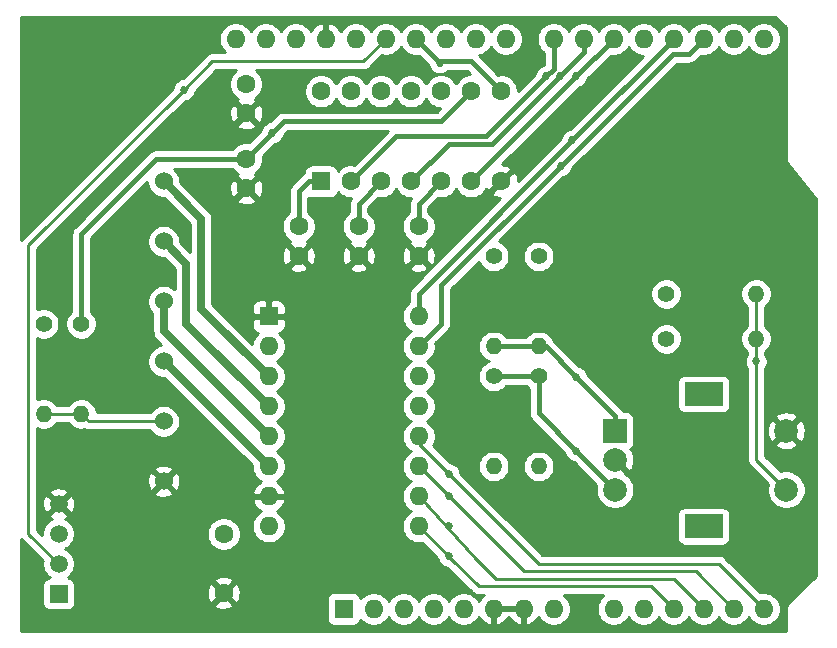
<source format=gbr>
G04 #@! TF.GenerationSoftware,KiCad,Pcbnew,(5.1.5)-3*
G04 #@! TF.CreationDate,2020-03-05T22:37:46-05:00*
G04 #@! TF.ProjectId,StupidDogFocuserPCB,53747570-6964-4446-9f67-466f63757365,1*
G04 #@! TF.SameCoordinates,Original*
G04 #@! TF.FileFunction,Copper,L2,Bot*
G04 #@! TF.FilePolarity,Positive*
%FSLAX46Y46*%
G04 Gerber Fmt 4.6, Leading zero omitted, Abs format (unit mm)*
G04 Created by KiCad (PCBNEW (5.1.5)-3) date 2020-03-05 22:37:46*
%MOMM*%
%LPD*%
G04 APERTURE LIST*
%ADD10O,1.600000X1.600000*%
%ADD11R,1.600000X1.600000*%
%ADD12O,1.400000X1.400000*%
%ADD13C,1.400000*%
%ADD14C,1.524000*%
%ADD15C,1.600000*%
%ADD16C,1.500000*%
%ADD17R,1.500000X1.500000*%
%ADD18R,2.000000X2.000000*%
%ADD19C,2.000000*%
%ADD20R,3.200000X2.000000*%
%ADD21C,0.685800*%
%ADD22C,0.254000*%
%ADD23C,0.381000*%
%ADD24C,0.635000*%
G04 APERTURE END LIST*
D10*
X156210000Y-59690000D03*
X158750000Y-59690000D03*
X119130000Y-59690000D03*
X158750000Y-107950000D03*
X121670000Y-59690000D03*
X156210000Y-107950000D03*
X124210000Y-59690000D03*
X153670000Y-107950000D03*
X126750000Y-59690000D03*
X151130000Y-107950000D03*
X129290000Y-59690000D03*
X148590000Y-107950000D03*
X131830000Y-59690000D03*
X146050000Y-107950000D03*
X134370000Y-59690000D03*
X140970000Y-107950000D03*
X136910000Y-59690000D03*
X138430000Y-107950000D03*
X140970000Y-59690000D03*
X135890000Y-107950000D03*
X143510000Y-59690000D03*
X133350000Y-107950000D03*
X146050000Y-59690000D03*
X130810000Y-107950000D03*
X148590000Y-59690000D03*
X128270000Y-107950000D03*
X151130000Y-59690000D03*
X125730000Y-107950000D03*
X153670000Y-59690000D03*
D11*
X123190000Y-107950000D03*
D10*
X116590000Y-59690000D03*
X114050000Y-59690000D03*
D12*
X100965000Y-91440000D03*
D13*
X100965000Y-83820000D03*
D12*
X97790000Y-91440000D03*
D13*
X97790000Y-83820000D03*
D12*
X139700000Y-95885000D03*
D13*
X139700000Y-88265000D03*
D12*
X135890000Y-95885000D03*
D13*
X135890000Y-88265000D03*
D12*
X158115000Y-85090000D03*
D13*
X150495000Y-85090000D03*
D12*
X135890000Y-85725000D03*
D13*
X135890000Y-78105000D03*
D12*
X158115000Y-81280000D03*
D13*
X150495000Y-81280000D03*
D12*
X139700000Y-85725000D03*
D13*
X139700000Y-78105000D03*
D14*
X107950000Y-97155000D03*
X107950000Y-92075000D03*
X107950000Y-86995000D03*
X107950000Y-81915000D03*
X107950000Y-76835000D03*
X107950000Y-71755000D03*
D15*
X114935000Y-72350000D03*
X114935000Y-69850000D03*
X113030000Y-101600000D03*
X113030000Y-106600000D03*
X121285000Y-64135000D03*
X123825000Y-64135000D03*
X126365000Y-64135000D03*
X128905000Y-64135000D03*
X131445000Y-64135000D03*
X133985000Y-64135000D03*
X136525000Y-64135000D03*
X136525000Y-71755000D03*
X133985000Y-71755000D03*
X131445000Y-71755000D03*
X128905000Y-71755000D03*
X126365000Y-71755000D03*
X123825000Y-71755000D03*
D11*
X121285000Y-71755000D03*
D16*
X99060000Y-99060000D03*
X99060000Y-101600000D03*
X99060000Y-104140000D03*
D17*
X99060000Y-106680000D03*
D18*
X146170000Y-92865000D03*
D19*
X146170000Y-95365000D03*
X146170000Y-97865000D03*
D20*
X153670000Y-89765000D03*
X153670000Y-100965000D03*
D19*
X160670000Y-92865000D03*
X160670000Y-97865000D03*
D15*
X114935000Y-66000000D03*
X114935000Y-63500000D03*
X124460000Y-75565000D03*
X124460000Y-78065000D03*
X119380000Y-78065000D03*
X119380000Y-75565000D03*
X129540000Y-78065000D03*
X129540000Y-75565000D03*
D10*
X129540000Y-83185000D03*
X116840000Y-100965000D03*
X129540000Y-85725000D03*
X116840000Y-98425000D03*
X129540000Y-88265000D03*
X116840000Y-95885000D03*
X129540000Y-90805000D03*
X116840000Y-93345000D03*
X129540000Y-93345000D03*
X116840000Y-90805000D03*
X129540000Y-95885000D03*
X116840000Y-88265000D03*
X129540000Y-98425000D03*
X116840000Y-85725000D03*
X129540000Y-100965000D03*
D11*
X116840000Y-83185000D03*
D21*
X109699729Y-63979731D03*
X132080000Y-103505000D03*
X142557500Y-68262500D03*
X141560122Y-70440122D03*
X140335000Y-62865000D03*
X142897500Y-94592500D03*
X132080000Y-96520000D03*
X132080000Y-98425000D03*
X132080000Y-100965000D03*
X142849500Y-88290500D03*
X158115000Y-86995000D03*
X131320000Y-61720000D03*
X141535685Y-62795685D03*
X142875000Y-62865000D03*
X117157500Y-67627500D03*
D22*
X96505799Y-77173661D02*
X109699729Y-63979731D01*
X96505799Y-101585799D02*
X96505799Y-77173661D01*
X99060000Y-104140000D02*
X96505799Y-101585799D01*
X112084460Y-61595000D02*
X109699729Y-63979731D01*
X126750000Y-59690000D02*
X124845000Y-61595000D01*
X124845000Y-61595000D02*
X112084460Y-61595000D01*
D23*
X120231000Y-71755000D02*
X121285000Y-71755000D01*
X119380000Y-72606000D02*
X120231000Y-71755000D01*
X119380000Y-75565000D02*
X119380000Y-72606000D01*
X124460000Y-73660000D02*
X126365000Y-71755000D01*
X124460000Y-75565000D02*
X124460000Y-73660000D01*
X129540000Y-73660000D02*
X131445000Y-71755000D01*
X129540000Y-75565000D02*
X129540000Y-73660000D01*
D22*
X134620000Y-106045000D02*
X132397500Y-103822500D01*
X151130000Y-107950000D02*
X149225000Y-106045000D01*
X149225000Y-106045000D02*
X134620000Y-106045000D01*
X132397500Y-103822500D02*
X129540000Y-100965000D01*
D23*
X129540000Y-81280000D02*
X142557500Y-68262500D01*
X129540000Y-83185000D02*
X129540000Y-81280000D01*
X142557500Y-68262500D02*
X151130000Y-59690000D01*
X131445000Y-83820000D02*
X131445000Y-80555243D01*
X129540000Y-85725000D02*
X131445000Y-83820000D01*
X131445000Y-80555243D02*
X141560122Y-70440122D01*
X152400000Y-60960000D02*
X153670000Y-59690000D01*
X141560122Y-70440122D02*
X151040244Y-60960000D01*
X151040244Y-60960000D02*
X152400000Y-60960000D01*
X140970000Y-62230000D02*
X140970000Y-59690000D01*
X140335000Y-62865000D02*
X140970000Y-62230000D01*
X135255000Y-67945000D02*
X140335000Y-62865000D01*
X123825000Y-71755000D02*
X127635000Y-67945000D01*
X127635000Y-67945000D02*
X135255000Y-67945000D01*
X139700000Y-91395000D02*
X139700000Y-88265000D01*
X146170000Y-97865000D02*
X142897500Y-94592500D01*
X139700000Y-88265000D02*
X135890000Y-88265000D01*
X142897500Y-94592500D02*
X139700000Y-91395000D01*
D22*
X129540000Y-93980000D02*
X129540000Y-93345000D01*
X139065000Y-103505000D02*
X129540000Y-93980000D01*
X139700000Y-104140000D02*
X139065000Y-103505000D01*
X158750000Y-107950000D02*
X154940000Y-104140000D01*
X154940000Y-104140000D02*
X139700000Y-104140000D01*
X137160000Y-103505000D02*
X129540000Y-95885000D01*
X138430000Y-104775000D02*
X137160000Y-103505000D01*
X156210000Y-107950000D02*
X156196538Y-107950000D01*
X153021538Y-104775000D02*
X138430000Y-104775000D01*
X156196538Y-107950000D02*
X153021538Y-104775000D01*
X130339999Y-99224999D02*
X129540000Y-98425000D01*
X134411019Y-103713981D02*
X130339999Y-99224999D01*
X136107038Y-105410000D02*
X134411019Y-103713981D01*
X153670000Y-107950000D02*
X151130000Y-105410000D01*
X151130000Y-105410000D02*
X136107038Y-105410000D01*
D23*
X140284000Y-85725000D02*
X139700000Y-85725000D01*
X146170000Y-91611000D02*
X142849500Y-88290500D01*
X146170000Y-92865000D02*
X146170000Y-91611000D01*
X139700000Y-85725000D02*
X135890000Y-85725000D01*
X142849500Y-88290500D02*
X140284000Y-85725000D01*
D22*
X158115000Y-95310000D02*
X158115000Y-86995000D01*
X160670000Y-97865000D02*
X158115000Y-95310000D01*
X158115000Y-85090000D02*
X158115000Y-81280000D01*
X158115000Y-86995000D02*
X158115000Y-85090000D01*
D24*
X116840000Y-95885000D02*
X107950000Y-86995000D01*
X107950000Y-84455000D02*
X107950000Y-81915000D01*
X116840000Y-93345000D02*
X107950000Y-84455000D01*
X116840000Y-90805000D02*
X109855000Y-83820000D01*
X109855000Y-78740000D02*
X107950000Y-76835000D01*
X109855000Y-83820000D02*
X109855000Y-78740000D01*
X111125000Y-74930000D02*
X107950000Y-71755000D01*
X116840000Y-88265000D02*
X111125000Y-82550000D01*
X111125000Y-82550000D02*
X111125000Y-74930000D01*
D23*
X131320000Y-61720000D02*
X129290000Y-59690000D01*
X131445000Y-61595000D02*
X131320000Y-61720000D01*
X136525000Y-64135000D02*
X133985000Y-61595000D01*
X133985000Y-61595000D02*
X131445000Y-61595000D01*
X143510000Y-60821370D02*
X143510000Y-59690000D01*
X141535685Y-62795685D02*
X143510000Y-60821370D01*
X135751370Y-68580000D02*
X141535685Y-62795685D01*
X128905000Y-71755000D02*
X132080000Y-68580000D01*
X132080000Y-68580000D02*
X135751370Y-68580000D01*
X133985000Y-71755000D02*
X142875000Y-62865000D01*
X142875000Y-62865000D02*
X146050000Y-59690000D01*
X107315000Y-69850000D02*
X114935000Y-69850000D01*
X100965000Y-83820000D02*
X100965000Y-76200000D01*
X100965000Y-76200000D02*
X107315000Y-69850000D01*
X131445000Y-66675000D02*
X133985000Y-64135000D01*
X114935000Y-69850000D02*
X117157500Y-67627500D01*
X118110000Y-66675000D02*
X131445000Y-66675000D01*
X117157500Y-67627500D02*
X118110000Y-66675000D01*
D22*
X101600000Y-92075000D02*
X100965000Y-91440000D01*
X107950000Y-92075000D02*
X101600000Y-92075000D01*
X100965000Y-91440000D02*
X97790000Y-91440000D01*
G36*
X160630000Y-58693381D02*
G01*
X160630001Y-69845887D01*
X160629241Y-69906761D01*
X160635953Y-69942854D01*
X160639551Y-69979383D01*
X160647809Y-70006607D01*
X160653011Y-70034577D01*
X160666636Y-70068669D01*
X160677291Y-70103793D01*
X160690698Y-70128876D01*
X160701259Y-70155301D01*
X160721274Y-70186081D01*
X160738576Y-70218450D01*
X160777168Y-70265474D01*
X163170000Y-73256515D01*
X163170001Y-105136618D01*
X160846232Y-107460388D01*
X160821053Y-107481052D01*
X160800389Y-107506231D01*
X160800386Y-107506234D01*
X160738575Y-107581550D01*
X160677290Y-107696208D01*
X160639551Y-107820618D01*
X160626808Y-107950000D01*
X160630001Y-107982419D01*
X160630000Y-109822578D01*
X160629269Y-109830000D01*
X95910000Y-109830000D01*
X95910000Y-102060962D01*
X95964377Y-102127221D01*
X95993453Y-102151083D01*
X97703364Y-103860994D01*
X97675000Y-104003589D01*
X97675000Y-104276411D01*
X97728225Y-104543989D01*
X97832629Y-104796043D01*
X97984201Y-105022886D01*
X98177114Y-105215799D01*
X98293483Y-105293555D01*
X98185518Y-105304188D01*
X98065820Y-105340498D01*
X97955506Y-105399463D01*
X97858815Y-105478815D01*
X97779463Y-105575506D01*
X97720498Y-105685820D01*
X97684188Y-105805518D01*
X97671928Y-105930000D01*
X97671928Y-107430000D01*
X97684188Y-107554482D01*
X97720498Y-107674180D01*
X97779463Y-107784494D01*
X97858815Y-107881185D01*
X97955506Y-107960537D01*
X98065820Y-108019502D01*
X98185518Y-108055812D01*
X98310000Y-108068072D01*
X99810000Y-108068072D01*
X99934482Y-108055812D01*
X100054180Y-108019502D01*
X100164494Y-107960537D01*
X100261185Y-107881185D01*
X100340537Y-107784494D01*
X100399502Y-107674180D01*
X100424218Y-107592702D01*
X112216903Y-107592702D01*
X112288486Y-107836671D01*
X112543996Y-107957571D01*
X112818184Y-108026300D01*
X113100512Y-108040217D01*
X113380130Y-107998787D01*
X113646292Y-107903603D01*
X113771514Y-107836671D01*
X113843097Y-107592702D01*
X113030000Y-106779605D01*
X112216903Y-107592702D01*
X100424218Y-107592702D01*
X100435812Y-107554482D01*
X100448072Y-107430000D01*
X100448072Y-106670512D01*
X111589783Y-106670512D01*
X111631213Y-106950130D01*
X111726397Y-107216292D01*
X111793329Y-107341514D01*
X112037298Y-107413097D01*
X112850395Y-106600000D01*
X113209605Y-106600000D01*
X114022702Y-107413097D01*
X114266671Y-107341514D01*
X114387571Y-107086004D01*
X114456300Y-106811816D01*
X114470217Y-106529488D01*
X114428787Y-106249870D01*
X114333603Y-105983708D01*
X114266671Y-105858486D01*
X114022702Y-105786903D01*
X113209605Y-106600000D01*
X112850395Y-106600000D01*
X112037298Y-105786903D01*
X111793329Y-105858486D01*
X111672429Y-106113996D01*
X111603700Y-106388184D01*
X111589783Y-106670512D01*
X100448072Y-106670512D01*
X100448072Y-105930000D01*
X100435812Y-105805518D01*
X100399502Y-105685820D01*
X100357531Y-105607298D01*
X112216903Y-105607298D01*
X113030000Y-106420395D01*
X113843097Y-105607298D01*
X113771514Y-105363329D01*
X113516004Y-105242429D01*
X113241816Y-105173700D01*
X112959488Y-105159783D01*
X112679870Y-105201213D01*
X112413708Y-105296397D01*
X112288486Y-105363329D01*
X112216903Y-105607298D01*
X100357531Y-105607298D01*
X100340537Y-105575506D01*
X100261185Y-105478815D01*
X100164494Y-105399463D01*
X100054180Y-105340498D01*
X99934482Y-105304188D01*
X99826517Y-105293555D01*
X99942886Y-105215799D01*
X100135799Y-105022886D01*
X100287371Y-104796043D01*
X100391775Y-104543989D01*
X100445000Y-104276411D01*
X100445000Y-104003589D01*
X100391775Y-103736011D01*
X100287371Y-103483957D01*
X100135799Y-103257114D01*
X99942886Y-103064201D01*
X99716043Y-102912629D01*
X99613127Y-102870000D01*
X99716043Y-102827371D01*
X99942886Y-102675799D01*
X100135799Y-102482886D01*
X100287371Y-102256043D01*
X100391775Y-102003989D01*
X100445000Y-101736411D01*
X100445000Y-101463589D01*
X100444021Y-101458665D01*
X111595000Y-101458665D01*
X111595000Y-101741335D01*
X111650147Y-102018574D01*
X111758320Y-102279727D01*
X111915363Y-102514759D01*
X112115241Y-102714637D01*
X112350273Y-102871680D01*
X112611426Y-102979853D01*
X112888665Y-103035000D01*
X113171335Y-103035000D01*
X113448574Y-102979853D01*
X113709727Y-102871680D01*
X113944759Y-102714637D01*
X114144637Y-102514759D01*
X114301680Y-102279727D01*
X114409853Y-102018574D01*
X114465000Y-101741335D01*
X114465000Y-101458665D01*
X114409853Y-101181426D01*
X114301680Y-100920273D01*
X114237129Y-100823665D01*
X115405000Y-100823665D01*
X115405000Y-101106335D01*
X115460147Y-101383574D01*
X115568320Y-101644727D01*
X115725363Y-101879759D01*
X115925241Y-102079637D01*
X116160273Y-102236680D01*
X116421426Y-102344853D01*
X116698665Y-102400000D01*
X116981335Y-102400000D01*
X117258574Y-102344853D01*
X117519727Y-102236680D01*
X117754759Y-102079637D01*
X117954637Y-101879759D01*
X118111680Y-101644727D01*
X118219853Y-101383574D01*
X118275000Y-101106335D01*
X118275000Y-100823665D01*
X118219853Y-100546426D01*
X118111680Y-100285273D01*
X117954637Y-100050241D01*
X117754759Y-99850363D01*
X117519727Y-99693320D01*
X117509135Y-99688933D01*
X117695131Y-99577385D01*
X117903519Y-99388414D01*
X118071037Y-99162420D01*
X118191246Y-98908087D01*
X118231904Y-98774039D01*
X118109915Y-98552000D01*
X116967000Y-98552000D01*
X116967000Y-98572000D01*
X116713000Y-98572000D01*
X116713000Y-98552000D01*
X115570085Y-98552000D01*
X115448096Y-98774039D01*
X115488754Y-98908087D01*
X115608963Y-99162420D01*
X115776481Y-99388414D01*
X115984869Y-99577385D01*
X116170865Y-99688933D01*
X116160273Y-99693320D01*
X115925241Y-99850363D01*
X115725363Y-100050241D01*
X115568320Y-100285273D01*
X115460147Y-100546426D01*
X115405000Y-100823665D01*
X114237129Y-100823665D01*
X114144637Y-100685241D01*
X113944759Y-100485363D01*
X113709727Y-100328320D01*
X113448574Y-100220147D01*
X113171335Y-100165000D01*
X112888665Y-100165000D01*
X112611426Y-100220147D01*
X112350273Y-100328320D01*
X112115241Y-100485363D01*
X111915363Y-100685241D01*
X111758320Y-100920273D01*
X111650147Y-101181426D01*
X111595000Y-101458665D01*
X100444021Y-101458665D01*
X100391775Y-101196011D01*
X100287371Y-100943957D01*
X100135799Y-100717114D01*
X99942886Y-100524201D01*
X99716043Y-100372629D01*
X99616721Y-100331489D01*
X99658832Y-100316277D01*
X99771863Y-100255860D01*
X99837388Y-100016993D01*
X99060000Y-99239605D01*
X98282612Y-100016993D01*
X98348137Y-100255860D01*
X98506477Y-100330164D01*
X98403957Y-100372629D01*
X98177114Y-100524201D01*
X97984201Y-100717114D01*
X97832629Y-100943957D01*
X97728225Y-101196011D01*
X97675000Y-101463589D01*
X97675000Y-101677370D01*
X97267799Y-101270169D01*
X97267799Y-99132492D01*
X97670188Y-99132492D01*
X97711035Y-99402238D01*
X97803723Y-99658832D01*
X97864140Y-99771863D01*
X98103007Y-99837388D01*
X98880395Y-99060000D01*
X99239605Y-99060000D01*
X100016993Y-99837388D01*
X100255860Y-99771863D01*
X100371760Y-99524884D01*
X100437250Y-99260040D01*
X100449812Y-98987508D01*
X100408965Y-98717762D01*
X100316277Y-98461168D01*
X100255860Y-98348137D01*
X100016993Y-98282612D01*
X99239605Y-99060000D01*
X98880395Y-99060000D01*
X98103007Y-98282612D01*
X97864140Y-98348137D01*
X97748240Y-98595116D01*
X97682750Y-98859960D01*
X97670188Y-99132492D01*
X97267799Y-99132492D01*
X97267799Y-98103007D01*
X98282612Y-98103007D01*
X99060000Y-98880395D01*
X99819830Y-98120565D01*
X107164040Y-98120565D01*
X107231020Y-98360656D01*
X107480048Y-98477756D01*
X107747135Y-98544023D01*
X108022017Y-98556910D01*
X108294133Y-98515922D01*
X108553023Y-98422636D01*
X108668980Y-98360656D01*
X108735960Y-98120565D01*
X107950000Y-97334605D01*
X107164040Y-98120565D01*
X99819830Y-98120565D01*
X99837388Y-98103007D01*
X99771863Y-97864140D01*
X99524884Y-97748240D01*
X99260040Y-97682750D01*
X98987508Y-97670188D01*
X98717762Y-97711035D01*
X98461168Y-97803723D01*
X98348137Y-97864140D01*
X98282612Y-98103007D01*
X97267799Y-98103007D01*
X97267799Y-97227017D01*
X106548090Y-97227017D01*
X106589078Y-97499133D01*
X106682364Y-97758023D01*
X106744344Y-97873980D01*
X106984435Y-97940960D01*
X107770395Y-97155000D01*
X108129605Y-97155000D01*
X108915565Y-97940960D01*
X109155656Y-97873980D01*
X109272756Y-97624952D01*
X109339023Y-97357865D01*
X109351910Y-97082983D01*
X109310922Y-96810867D01*
X109217636Y-96551977D01*
X109155656Y-96436020D01*
X108915565Y-96369040D01*
X108129605Y-97155000D01*
X107770395Y-97155000D01*
X106984435Y-96369040D01*
X106744344Y-96436020D01*
X106627244Y-96685048D01*
X106560977Y-96952135D01*
X106548090Y-97227017D01*
X97267799Y-97227017D01*
X97267799Y-96189435D01*
X107164040Y-96189435D01*
X107950000Y-96975395D01*
X108735960Y-96189435D01*
X108668980Y-95949344D01*
X108419952Y-95832244D01*
X108152865Y-95765977D01*
X107877983Y-95753090D01*
X107605867Y-95794078D01*
X107346977Y-95887364D01*
X107231020Y-95949344D01*
X107164040Y-96189435D01*
X97267799Y-96189435D01*
X97267799Y-92668690D01*
X97400595Y-92723696D01*
X97658514Y-92775000D01*
X97921486Y-92775000D01*
X98179405Y-92723696D01*
X98422359Y-92623061D01*
X98641013Y-92476962D01*
X98826962Y-92291013D01*
X98886438Y-92202000D01*
X99868562Y-92202000D01*
X99928038Y-92291013D01*
X100113987Y-92476962D01*
X100332641Y-92623061D01*
X100575595Y-92723696D01*
X100833514Y-92775000D01*
X101096486Y-92775000D01*
X101239802Y-92746492D01*
X101306985Y-92782402D01*
X101450622Y-92825974D01*
X101562574Y-92837000D01*
X101562577Y-92837000D01*
X101600000Y-92840686D01*
X101637423Y-92837000D01*
X106778995Y-92837000D01*
X106864880Y-92965535D01*
X107059465Y-93160120D01*
X107288273Y-93313005D01*
X107542510Y-93418314D01*
X107812408Y-93472000D01*
X108087592Y-93472000D01*
X108357490Y-93418314D01*
X108611727Y-93313005D01*
X108840535Y-93160120D01*
X109035120Y-92965535D01*
X109188005Y-92736727D01*
X109293314Y-92482490D01*
X109347000Y-92212592D01*
X109347000Y-91937408D01*
X109293314Y-91667510D01*
X109188005Y-91413273D01*
X109035120Y-91184465D01*
X108840535Y-90989880D01*
X108611727Y-90836995D01*
X108357490Y-90731686D01*
X108087592Y-90678000D01*
X107812408Y-90678000D01*
X107542510Y-90731686D01*
X107288273Y-90836995D01*
X107059465Y-90989880D01*
X106864880Y-91184465D01*
X106778995Y-91313000D01*
X102300000Y-91313000D01*
X102300000Y-91308514D01*
X102248696Y-91050595D01*
X102148061Y-90807641D01*
X102001962Y-90588987D01*
X101816013Y-90403038D01*
X101597359Y-90256939D01*
X101354405Y-90156304D01*
X101096486Y-90105000D01*
X100833514Y-90105000D01*
X100575595Y-90156304D01*
X100332641Y-90256939D01*
X100113987Y-90403038D01*
X99928038Y-90588987D01*
X99868562Y-90678000D01*
X98886438Y-90678000D01*
X98826962Y-90588987D01*
X98641013Y-90403038D01*
X98422359Y-90256939D01*
X98179405Y-90156304D01*
X97921486Y-90105000D01*
X97658514Y-90105000D01*
X97400595Y-90156304D01*
X97267799Y-90211310D01*
X97267799Y-85048690D01*
X97400595Y-85103696D01*
X97658514Y-85155000D01*
X97921486Y-85155000D01*
X98179405Y-85103696D01*
X98422359Y-85003061D01*
X98641013Y-84856962D01*
X98826962Y-84671013D01*
X98973061Y-84452359D01*
X99073696Y-84209405D01*
X99125000Y-83951486D01*
X99125000Y-83688514D01*
X99073696Y-83430595D01*
X98973061Y-83187641D01*
X98826962Y-82968987D01*
X98641013Y-82783038D01*
X98422359Y-82636939D01*
X98179405Y-82536304D01*
X97921486Y-82485000D01*
X97658514Y-82485000D01*
X97400595Y-82536304D01*
X97267799Y-82591310D01*
X97267799Y-77489291D01*
X107764388Y-66992702D01*
X114121903Y-66992702D01*
X114193486Y-67236671D01*
X114448996Y-67357571D01*
X114723184Y-67426300D01*
X115005512Y-67440217D01*
X115285130Y-67398787D01*
X115551292Y-67303603D01*
X115676514Y-67236671D01*
X115748097Y-66992702D01*
X114935000Y-66179605D01*
X114121903Y-66992702D01*
X107764388Y-66992702D01*
X108686578Y-66070512D01*
X113494783Y-66070512D01*
X113536213Y-66350130D01*
X113631397Y-66616292D01*
X113698329Y-66741514D01*
X113942298Y-66813097D01*
X114755395Y-66000000D01*
X115114605Y-66000000D01*
X115927702Y-66813097D01*
X116171671Y-66741514D01*
X116292571Y-66486004D01*
X116361300Y-66211816D01*
X116375217Y-65929488D01*
X116333787Y-65649870D01*
X116238603Y-65383708D01*
X116171671Y-65258486D01*
X115927702Y-65186903D01*
X115114605Y-66000000D01*
X114755395Y-66000000D01*
X113942298Y-65186903D01*
X113698329Y-65258486D01*
X113577429Y-65513996D01*
X113508700Y-65788184D01*
X113494783Y-66070512D01*
X108686578Y-66070512D01*
X109800308Y-64956783D01*
X109984972Y-64920051D01*
X110162939Y-64846335D01*
X110323104Y-64739316D01*
X110459314Y-64603106D01*
X110566333Y-64442941D01*
X110640049Y-64264974D01*
X110676781Y-64080309D01*
X112400091Y-62357000D01*
X114062689Y-62357000D01*
X114020241Y-62385363D01*
X113820363Y-62585241D01*
X113663320Y-62820273D01*
X113555147Y-63081426D01*
X113500000Y-63358665D01*
X113500000Y-63641335D01*
X113555147Y-63918574D01*
X113663320Y-64179727D01*
X113820363Y-64414759D01*
X114020241Y-64614637D01*
X114220869Y-64748692D01*
X114193486Y-64763329D01*
X114121903Y-65007298D01*
X114935000Y-65820395D01*
X115748097Y-65007298D01*
X115676514Y-64763329D01*
X115647659Y-64749676D01*
X115849759Y-64614637D01*
X116049637Y-64414759D01*
X116206680Y-64179727D01*
X116314853Y-63918574D01*
X116370000Y-63641335D01*
X116370000Y-63358665D01*
X116314853Y-63081426D01*
X116206680Y-62820273D01*
X116049637Y-62585241D01*
X115849759Y-62385363D01*
X115807311Y-62357000D01*
X124807577Y-62357000D01*
X124845000Y-62360686D01*
X124882423Y-62357000D01*
X124882426Y-62357000D01*
X124994378Y-62345974D01*
X125138015Y-62302402D01*
X125270392Y-62231645D01*
X125386422Y-62136422D01*
X125410284Y-62107346D01*
X126428473Y-61089157D01*
X126608665Y-61125000D01*
X126891335Y-61125000D01*
X127168574Y-61069853D01*
X127429727Y-60961680D01*
X127664759Y-60804637D01*
X127864637Y-60604759D01*
X128020000Y-60372241D01*
X128175363Y-60604759D01*
X128375241Y-60804637D01*
X128610273Y-60961680D01*
X128871426Y-61069853D01*
X129148665Y-61125000D01*
X129431335Y-61125000D01*
X129536624Y-61104057D01*
X130365246Y-61932680D01*
X130379680Y-62005243D01*
X130453396Y-62183210D01*
X130560415Y-62343375D01*
X130696625Y-62479585D01*
X130856790Y-62586604D01*
X131034757Y-62660320D01*
X131223685Y-62697900D01*
X131416315Y-62697900D01*
X131605243Y-62660320D01*
X131783210Y-62586604D01*
X131943375Y-62479585D01*
X132002460Y-62420500D01*
X133643068Y-62420500D01*
X133922568Y-62700000D01*
X133843665Y-62700000D01*
X133566426Y-62755147D01*
X133305273Y-62863320D01*
X133070241Y-63020363D01*
X132870363Y-63220241D01*
X132715000Y-63452759D01*
X132559637Y-63220241D01*
X132359759Y-63020363D01*
X132124727Y-62863320D01*
X131863574Y-62755147D01*
X131586335Y-62700000D01*
X131303665Y-62700000D01*
X131026426Y-62755147D01*
X130765273Y-62863320D01*
X130530241Y-63020363D01*
X130330363Y-63220241D01*
X130175000Y-63452759D01*
X130019637Y-63220241D01*
X129819759Y-63020363D01*
X129584727Y-62863320D01*
X129323574Y-62755147D01*
X129046335Y-62700000D01*
X128763665Y-62700000D01*
X128486426Y-62755147D01*
X128225273Y-62863320D01*
X127990241Y-63020363D01*
X127790363Y-63220241D01*
X127635000Y-63452759D01*
X127479637Y-63220241D01*
X127279759Y-63020363D01*
X127044727Y-62863320D01*
X126783574Y-62755147D01*
X126506335Y-62700000D01*
X126223665Y-62700000D01*
X125946426Y-62755147D01*
X125685273Y-62863320D01*
X125450241Y-63020363D01*
X125250363Y-63220241D01*
X125095000Y-63452759D01*
X124939637Y-63220241D01*
X124739759Y-63020363D01*
X124504727Y-62863320D01*
X124243574Y-62755147D01*
X123966335Y-62700000D01*
X123683665Y-62700000D01*
X123406426Y-62755147D01*
X123145273Y-62863320D01*
X122910241Y-63020363D01*
X122710363Y-63220241D01*
X122555000Y-63452759D01*
X122399637Y-63220241D01*
X122199759Y-63020363D01*
X121964727Y-62863320D01*
X121703574Y-62755147D01*
X121426335Y-62700000D01*
X121143665Y-62700000D01*
X120866426Y-62755147D01*
X120605273Y-62863320D01*
X120370241Y-63020363D01*
X120170363Y-63220241D01*
X120013320Y-63455273D01*
X119905147Y-63716426D01*
X119850000Y-63993665D01*
X119850000Y-64276335D01*
X119905147Y-64553574D01*
X120013320Y-64814727D01*
X120170363Y-65049759D01*
X120370241Y-65249637D01*
X120605273Y-65406680D01*
X120866426Y-65514853D01*
X121143665Y-65570000D01*
X121426335Y-65570000D01*
X121703574Y-65514853D01*
X121964727Y-65406680D01*
X122199759Y-65249637D01*
X122399637Y-65049759D01*
X122555000Y-64817241D01*
X122710363Y-65049759D01*
X122910241Y-65249637D01*
X123145273Y-65406680D01*
X123406426Y-65514853D01*
X123683665Y-65570000D01*
X123966335Y-65570000D01*
X124243574Y-65514853D01*
X124504727Y-65406680D01*
X124739759Y-65249637D01*
X124939637Y-65049759D01*
X125095000Y-64817241D01*
X125250363Y-65049759D01*
X125450241Y-65249637D01*
X125685273Y-65406680D01*
X125946426Y-65514853D01*
X126223665Y-65570000D01*
X126506335Y-65570000D01*
X126783574Y-65514853D01*
X127044727Y-65406680D01*
X127279759Y-65249637D01*
X127479637Y-65049759D01*
X127635000Y-64817241D01*
X127790363Y-65049759D01*
X127990241Y-65249637D01*
X128225273Y-65406680D01*
X128486426Y-65514853D01*
X128763665Y-65570000D01*
X129046335Y-65570000D01*
X129323574Y-65514853D01*
X129584727Y-65406680D01*
X129819759Y-65249637D01*
X130019637Y-65049759D01*
X130175000Y-64817241D01*
X130330363Y-65049759D01*
X130530241Y-65249637D01*
X130765273Y-65406680D01*
X131026426Y-65514853D01*
X131303665Y-65570000D01*
X131382568Y-65570000D01*
X131103068Y-65849500D01*
X118150542Y-65849500D01*
X118109999Y-65845507D01*
X118069456Y-65849500D01*
X118069447Y-65849500D01*
X117948174Y-65861444D01*
X117792566Y-65908647D01*
X117649158Y-65985301D01*
X117523459Y-66088459D01*
X117497608Y-66119959D01*
X116944822Y-66672746D01*
X116872257Y-66687180D01*
X116694290Y-66760896D01*
X116534125Y-66867915D01*
X116397915Y-67004125D01*
X116290896Y-67164290D01*
X116217180Y-67342257D01*
X116202746Y-67414820D01*
X115181624Y-68435944D01*
X115076335Y-68415000D01*
X114793665Y-68415000D01*
X114516426Y-68470147D01*
X114255273Y-68578320D01*
X114020241Y-68735363D01*
X113820363Y-68935241D01*
X113760722Y-69024500D01*
X107355550Y-69024500D01*
X107314999Y-69020506D01*
X107274449Y-69024500D01*
X107274447Y-69024500D01*
X107153174Y-69036444D01*
X107022594Y-69076055D01*
X106997566Y-69083647D01*
X106854157Y-69160301D01*
X106815056Y-69192391D01*
X106728459Y-69263459D01*
X106702608Y-69294959D01*
X100409961Y-75587607D01*
X100378460Y-75613459D01*
X100352609Y-75644959D01*
X100275301Y-75739158D01*
X100198647Y-75882567D01*
X100151445Y-76038174D01*
X100135506Y-76200000D01*
X100139501Y-76240560D01*
X100139500Y-82765991D01*
X100113987Y-82783038D01*
X99928038Y-82968987D01*
X99781939Y-83187641D01*
X99681304Y-83430595D01*
X99630000Y-83688514D01*
X99630000Y-83951486D01*
X99681304Y-84209405D01*
X99781939Y-84452359D01*
X99928038Y-84671013D01*
X100113987Y-84856962D01*
X100332641Y-85003061D01*
X100575595Y-85103696D01*
X100833514Y-85155000D01*
X101096486Y-85155000D01*
X101354405Y-85103696D01*
X101597359Y-85003061D01*
X101816013Y-84856962D01*
X102001962Y-84671013D01*
X102148061Y-84452359D01*
X102248696Y-84209405D01*
X102300000Y-83951486D01*
X102300000Y-83688514D01*
X102248696Y-83430595D01*
X102148061Y-83187641D01*
X102001962Y-82968987D01*
X101816013Y-82783038D01*
X101790500Y-82765991D01*
X101790500Y-76541932D01*
X106553000Y-71779433D01*
X106553000Y-71892592D01*
X106606686Y-72162490D01*
X106711995Y-72416727D01*
X106864880Y-72645535D01*
X107059465Y-72840120D01*
X107288273Y-72993005D01*
X107542510Y-73098314D01*
X107812408Y-73152000D01*
X107999962Y-73152000D01*
X110172501Y-75324540D01*
X110172501Y-77710462D01*
X109347000Y-76884962D01*
X109347000Y-76697408D01*
X109293314Y-76427510D01*
X109188005Y-76173273D01*
X109035120Y-75944465D01*
X108840535Y-75749880D01*
X108611727Y-75596995D01*
X108357490Y-75491686D01*
X108087592Y-75438000D01*
X107812408Y-75438000D01*
X107542510Y-75491686D01*
X107288273Y-75596995D01*
X107059465Y-75749880D01*
X106864880Y-75944465D01*
X106711995Y-76173273D01*
X106606686Y-76427510D01*
X106553000Y-76697408D01*
X106553000Y-76972592D01*
X106606686Y-77242490D01*
X106711995Y-77496727D01*
X106864880Y-77725535D01*
X107059465Y-77920120D01*
X107288273Y-78073005D01*
X107542510Y-78178314D01*
X107812408Y-78232000D01*
X107999962Y-78232000D01*
X108902501Y-79134540D01*
X108902501Y-80891846D01*
X108840535Y-80829880D01*
X108611727Y-80676995D01*
X108357490Y-80571686D01*
X108087592Y-80518000D01*
X107812408Y-80518000D01*
X107542510Y-80571686D01*
X107288273Y-80676995D01*
X107059465Y-80829880D01*
X106864880Y-81024465D01*
X106711995Y-81253273D01*
X106606686Y-81507510D01*
X106553000Y-81777408D01*
X106553000Y-82052592D01*
X106606686Y-82322490D01*
X106711995Y-82576727D01*
X106864880Y-82805535D01*
X106997501Y-82938156D01*
X106997500Y-84408215D01*
X106992892Y-84455000D01*
X107008194Y-84610363D01*
X107011283Y-84641722D01*
X107065748Y-84821268D01*
X107154194Y-84986741D01*
X107273222Y-85131778D01*
X107309569Y-85161607D01*
X107756986Y-85609024D01*
X107542510Y-85651686D01*
X107288273Y-85756995D01*
X107059465Y-85909880D01*
X106864880Y-86104465D01*
X106711995Y-86333273D01*
X106606686Y-86587510D01*
X106553000Y-86857408D01*
X106553000Y-87132592D01*
X106606686Y-87402490D01*
X106711995Y-87656727D01*
X106864880Y-87885535D01*
X107059465Y-88080120D01*
X107288273Y-88233005D01*
X107542510Y-88338314D01*
X107812408Y-88392000D01*
X107999962Y-88392000D01*
X115405000Y-95797038D01*
X115405000Y-96026335D01*
X115460147Y-96303574D01*
X115568320Y-96564727D01*
X115725363Y-96799759D01*
X115925241Y-96999637D01*
X116160273Y-97156680D01*
X116170865Y-97161067D01*
X115984869Y-97272615D01*
X115776481Y-97461586D01*
X115608963Y-97687580D01*
X115488754Y-97941913D01*
X115448096Y-98075961D01*
X115570085Y-98298000D01*
X116713000Y-98298000D01*
X116713000Y-98278000D01*
X116967000Y-98278000D01*
X116967000Y-98298000D01*
X118109915Y-98298000D01*
X118231904Y-98075961D01*
X118191246Y-97941913D01*
X118071037Y-97687580D01*
X117903519Y-97461586D01*
X117695131Y-97272615D01*
X117509135Y-97161067D01*
X117519727Y-97156680D01*
X117754759Y-96999637D01*
X117954637Y-96799759D01*
X118111680Y-96564727D01*
X118219853Y-96303574D01*
X118275000Y-96026335D01*
X118275000Y-95743665D01*
X118219853Y-95466426D01*
X118111680Y-95205273D01*
X117954637Y-94970241D01*
X117754759Y-94770363D01*
X117522241Y-94615000D01*
X117754759Y-94459637D01*
X117954637Y-94259759D01*
X118111680Y-94024727D01*
X118219853Y-93763574D01*
X118275000Y-93486335D01*
X118275000Y-93203665D01*
X118219853Y-92926426D01*
X118111680Y-92665273D01*
X117954637Y-92430241D01*
X117754759Y-92230363D01*
X117522241Y-92075000D01*
X117754759Y-91919637D01*
X117954637Y-91719759D01*
X118111680Y-91484727D01*
X118219853Y-91223574D01*
X118275000Y-90946335D01*
X118275000Y-90663665D01*
X118219853Y-90386426D01*
X118111680Y-90125273D01*
X117954637Y-89890241D01*
X117754759Y-89690363D01*
X117522241Y-89535000D01*
X117754759Y-89379637D01*
X117954637Y-89179759D01*
X118111680Y-88944727D01*
X118219853Y-88683574D01*
X118275000Y-88406335D01*
X118275000Y-88123665D01*
X118219853Y-87846426D01*
X118111680Y-87585273D01*
X117954637Y-87350241D01*
X117754759Y-87150363D01*
X117522241Y-86995000D01*
X117754759Y-86839637D01*
X117954637Y-86639759D01*
X118111680Y-86404727D01*
X118219853Y-86143574D01*
X118275000Y-85866335D01*
X118275000Y-85583665D01*
X118219853Y-85306426D01*
X118111680Y-85045273D01*
X117954637Y-84810241D01*
X117756039Y-84611643D01*
X117764482Y-84610812D01*
X117884180Y-84574502D01*
X117994494Y-84515537D01*
X118091185Y-84436185D01*
X118170537Y-84339494D01*
X118229502Y-84229180D01*
X118265812Y-84109482D01*
X118278072Y-83985000D01*
X118275000Y-83470750D01*
X118116250Y-83312000D01*
X116967000Y-83312000D01*
X116967000Y-83332000D01*
X116713000Y-83332000D01*
X116713000Y-83312000D01*
X115563750Y-83312000D01*
X115405000Y-83470750D01*
X115401928Y-83985000D01*
X115414188Y-84109482D01*
X115450498Y-84229180D01*
X115509463Y-84339494D01*
X115588815Y-84436185D01*
X115685506Y-84515537D01*
X115795820Y-84574502D01*
X115915518Y-84610812D01*
X115923961Y-84611643D01*
X115725363Y-84810241D01*
X115568320Y-85045273D01*
X115460147Y-85306426D01*
X115421708Y-85499670D01*
X112307038Y-82385000D01*
X115401928Y-82385000D01*
X115405000Y-82899250D01*
X115563750Y-83058000D01*
X116713000Y-83058000D01*
X116713000Y-81908750D01*
X116967000Y-81908750D01*
X116967000Y-83058000D01*
X118116250Y-83058000D01*
X118275000Y-82899250D01*
X118278072Y-82385000D01*
X118265812Y-82260518D01*
X118229502Y-82140820D01*
X118170537Y-82030506D01*
X118091185Y-81933815D01*
X117994494Y-81854463D01*
X117884180Y-81795498D01*
X117764482Y-81759188D01*
X117640000Y-81746928D01*
X117125750Y-81750000D01*
X116967000Y-81908750D01*
X116713000Y-81908750D01*
X116554250Y-81750000D01*
X116040000Y-81746928D01*
X115915518Y-81759188D01*
X115795820Y-81795498D01*
X115685506Y-81854463D01*
X115588815Y-81933815D01*
X115509463Y-82030506D01*
X115450498Y-82140820D01*
X115414188Y-82260518D01*
X115401928Y-82385000D01*
X112307038Y-82385000D01*
X112077500Y-82155462D01*
X112077500Y-79057702D01*
X118566903Y-79057702D01*
X118638486Y-79301671D01*
X118893996Y-79422571D01*
X119168184Y-79491300D01*
X119450512Y-79505217D01*
X119730130Y-79463787D01*
X119996292Y-79368603D01*
X120121514Y-79301671D01*
X120193097Y-79057702D01*
X123646903Y-79057702D01*
X123718486Y-79301671D01*
X123973996Y-79422571D01*
X124248184Y-79491300D01*
X124530512Y-79505217D01*
X124810130Y-79463787D01*
X125076292Y-79368603D01*
X125201514Y-79301671D01*
X125273097Y-79057702D01*
X128726903Y-79057702D01*
X128798486Y-79301671D01*
X129053996Y-79422571D01*
X129328184Y-79491300D01*
X129610512Y-79505217D01*
X129890130Y-79463787D01*
X130156292Y-79368603D01*
X130281514Y-79301671D01*
X130353097Y-79057702D01*
X129540000Y-78244605D01*
X128726903Y-79057702D01*
X125273097Y-79057702D01*
X124460000Y-78244605D01*
X123646903Y-79057702D01*
X120193097Y-79057702D01*
X119380000Y-78244605D01*
X118566903Y-79057702D01*
X112077500Y-79057702D01*
X112077500Y-78135512D01*
X117939783Y-78135512D01*
X117981213Y-78415130D01*
X118076397Y-78681292D01*
X118143329Y-78806514D01*
X118387298Y-78878097D01*
X119200395Y-78065000D01*
X119559605Y-78065000D01*
X120372702Y-78878097D01*
X120616671Y-78806514D01*
X120737571Y-78551004D01*
X120806300Y-78276816D01*
X120813265Y-78135512D01*
X123019783Y-78135512D01*
X123061213Y-78415130D01*
X123156397Y-78681292D01*
X123223329Y-78806514D01*
X123467298Y-78878097D01*
X124280395Y-78065000D01*
X124639605Y-78065000D01*
X125452702Y-78878097D01*
X125696671Y-78806514D01*
X125817571Y-78551004D01*
X125886300Y-78276816D01*
X125893265Y-78135512D01*
X128099783Y-78135512D01*
X128141213Y-78415130D01*
X128236397Y-78681292D01*
X128303329Y-78806514D01*
X128547298Y-78878097D01*
X129360395Y-78065000D01*
X129719605Y-78065000D01*
X130532702Y-78878097D01*
X130776671Y-78806514D01*
X130897571Y-78551004D01*
X130966300Y-78276816D01*
X130980217Y-77994488D01*
X130938787Y-77714870D01*
X130843603Y-77448708D01*
X130776671Y-77323486D01*
X130532702Y-77251903D01*
X129719605Y-78065000D01*
X129360395Y-78065000D01*
X128547298Y-77251903D01*
X128303329Y-77323486D01*
X128182429Y-77578996D01*
X128113700Y-77853184D01*
X128099783Y-78135512D01*
X125893265Y-78135512D01*
X125900217Y-77994488D01*
X125858787Y-77714870D01*
X125763603Y-77448708D01*
X125696671Y-77323486D01*
X125452702Y-77251903D01*
X124639605Y-78065000D01*
X124280395Y-78065000D01*
X123467298Y-77251903D01*
X123223329Y-77323486D01*
X123102429Y-77578996D01*
X123033700Y-77853184D01*
X123019783Y-78135512D01*
X120813265Y-78135512D01*
X120820217Y-77994488D01*
X120778787Y-77714870D01*
X120683603Y-77448708D01*
X120616671Y-77323486D01*
X120372702Y-77251903D01*
X119559605Y-78065000D01*
X119200395Y-78065000D01*
X118387298Y-77251903D01*
X118143329Y-77323486D01*
X118022429Y-77578996D01*
X117953700Y-77853184D01*
X117939783Y-78135512D01*
X112077500Y-78135512D01*
X112077500Y-74976784D01*
X112082108Y-74929999D01*
X112063717Y-74743277D01*
X112009252Y-74563731D01*
X111920806Y-74398259D01*
X111801778Y-74253222D01*
X111765436Y-74223397D01*
X110884741Y-73342702D01*
X114121903Y-73342702D01*
X114193486Y-73586671D01*
X114448996Y-73707571D01*
X114723184Y-73776300D01*
X115005512Y-73790217D01*
X115285130Y-73748787D01*
X115551292Y-73653603D01*
X115676514Y-73586671D01*
X115748097Y-73342702D01*
X114935000Y-72529605D01*
X114121903Y-73342702D01*
X110884741Y-73342702D01*
X109962551Y-72420512D01*
X113494783Y-72420512D01*
X113536213Y-72700130D01*
X113631397Y-72966292D01*
X113698329Y-73091514D01*
X113942298Y-73163097D01*
X114755395Y-72350000D01*
X115114605Y-72350000D01*
X115927702Y-73163097D01*
X116171671Y-73091514D01*
X116292571Y-72836004D01*
X116361300Y-72561816D01*
X116375217Y-72279488D01*
X116333787Y-71999870D01*
X116238603Y-71733708D01*
X116171671Y-71608486D01*
X115927702Y-71536903D01*
X115114605Y-72350000D01*
X114755395Y-72350000D01*
X113942298Y-71536903D01*
X113698329Y-71608486D01*
X113577429Y-71863996D01*
X113508700Y-72138184D01*
X113494783Y-72420512D01*
X109962551Y-72420512D01*
X109347000Y-71804962D01*
X109347000Y-71617408D01*
X109293314Y-71347510D01*
X109188005Y-71093273D01*
X109035120Y-70864465D01*
X108846155Y-70675500D01*
X113760722Y-70675500D01*
X113820363Y-70764759D01*
X114020241Y-70964637D01*
X114220869Y-71098692D01*
X114193486Y-71113329D01*
X114121903Y-71357298D01*
X114935000Y-72170395D01*
X115748097Y-71357298D01*
X115676514Y-71113329D01*
X115647659Y-71099676D01*
X115849759Y-70964637D01*
X116049637Y-70764759D01*
X116206680Y-70529727D01*
X116314853Y-70268574D01*
X116370000Y-69991335D01*
X116370000Y-69708665D01*
X116349056Y-69603376D01*
X117370180Y-68582254D01*
X117442743Y-68567820D01*
X117620710Y-68494104D01*
X117780875Y-68387085D01*
X117917085Y-68250875D01*
X118024104Y-68090710D01*
X118097820Y-67912743D01*
X118112254Y-67840178D01*
X118451933Y-67500500D01*
X126912066Y-67500500D01*
X124071624Y-70340944D01*
X123966335Y-70320000D01*
X123683665Y-70320000D01*
X123406426Y-70375147D01*
X123145273Y-70483320D01*
X122910241Y-70640363D01*
X122711643Y-70838961D01*
X122710812Y-70830518D01*
X122674502Y-70710820D01*
X122615537Y-70600506D01*
X122536185Y-70503815D01*
X122439494Y-70424463D01*
X122329180Y-70365498D01*
X122209482Y-70329188D01*
X122085000Y-70316928D01*
X120485000Y-70316928D01*
X120360518Y-70329188D01*
X120240820Y-70365498D01*
X120130506Y-70424463D01*
X120033815Y-70503815D01*
X119954463Y-70600506D01*
X119895498Y-70710820D01*
X119859188Y-70830518D01*
X119846928Y-70955000D01*
X119846928Y-71024266D01*
X119770157Y-71065301D01*
X119675958Y-71142608D01*
X119675955Y-71142611D01*
X119644459Y-71168459D01*
X119618611Y-71199956D01*
X118824961Y-71993607D01*
X118793460Y-72019459D01*
X118767609Y-72050959D01*
X118690301Y-72145158D01*
X118613647Y-72288567D01*
X118566445Y-72444174D01*
X118550506Y-72606000D01*
X118554501Y-72646560D01*
X118554500Y-74390722D01*
X118465241Y-74450363D01*
X118265363Y-74650241D01*
X118108320Y-74885273D01*
X118000147Y-75146426D01*
X117945000Y-75423665D01*
X117945000Y-75706335D01*
X118000147Y-75983574D01*
X118108320Y-76244727D01*
X118265363Y-76479759D01*
X118465241Y-76679637D01*
X118665869Y-76813692D01*
X118638486Y-76828329D01*
X118566903Y-77072298D01*
X119380000Y-77885395D01*
X120193097Y-77072298D01*
X120121514Y-76828329D01*
X120092659Y-76814676D01*
X120294759Y-76679637D01*
X120494637Y-76479759D01*
X120651680Y-76244727D01*
X120759853Y-75983574D01*
X120815000Y-75706335D01*
X120815000Y-75423665D01*
X120759853Y-75146426D01*
X120651680Y-74885273D01*
X120494637Y-74650241D01*
X120294759Y-74450363D01*
X120205500Y-74390722D01*
X120205500Y-73125623D01*
X120240820Y-73144502D01*
X120360518Y-73180812D01*
X120485000Y-73193072D01*
X122085000Y-73193072D01*
X122209482Y-73180812D01*
X122329180Y-73144502D01*
X122439494Y-73085537D01*
X122536185Y-73006185D01*
X122615537Y-72909494D01*
X122674502Y-72799180D01*
X122710812Y-72679482D01*
X122711643Y-72671039D01*
X122910241Y-72869637D01*
X123145273Y-73026680D01*
X123406426Y-73134853D01*
X123683665Y-73190000D01*
X123777817Y-73190000D01*
X123770301Y-73199158D01*
X123693647Y-73342567D01*
X123646445Y-73498174D01*
X123630506Y-73660000D01*
X123634501Y-73700560D01*
X123634501Y-74390722D01*
X123545241Y-74450363D01*
X123345363Y-74650241D01*
X123188320Y-74885273D01*
X123080147Y-75146426D01*
X123025000Y-75423665D01*
X123025000Y-75706335D01*
X123080147Y-75983574D01*
X123188320Y-76244727D01*
X123345363Y-76479759D01*
X123545241Y-76679637D01*
X123745869Y-76813692D01*
X123718486Y-76828329D01*
X123646903Y-77072298D01*
X124460000Y-77885395D01*
X125273097Y-77072298D01*
X125201514Y-76828329D01*
X125172659Y-76814676D01*
X125374759Y-76679637D01*
X125574637Y-76479759D01*
X125731680Y-76244727D01*
X125839853Y-75983574D01*
X125895000Y-75706335D01*
X125895000Y-75423665D01*
X125839853Y-75146426D01*
X125731680Y-74885273D01*
X125574637Y-74650241D01*
X125374759Y-74450363D01*
X125285500Y-74390722D01*
X125285500Y-74001932D01*
X126118377Y-73169057D01*
X126223665Y-73190000D01*
X126506335Y-73190000D01*
X126783574Y-73134853D01*
X127044727Y-73026680D01*
X127279759Y-72869637D01*
X127479637Y-72669759D01*
X127635000Y-72437241D01*
X127790363Y-72669759D01*
X127990241Y-72869637D01*
X128225273Y-73026680D01*
X128486426Y-73134853D01*
X128763665Y-73190000D01*
X128857817Y-73190000D01*
X128850301Y-73199158D01*
X128773647Y-73342567D01*
X128726445Y-73498174D01*
X128710506Y-73660000D01*
X128714501Y-73700560D01*
X128714501Y-74390722D01*
X128625241Y-74450363D01*
X128425363Y-74650241D01*
X128268320Y-74885273D01*
X128160147Y-75146426D01*
X128105000Y-75423665D01*
X128105000Y-75706335D01*
X128160147Y-75983574D01*
X128268320Y-76244727D01*
X128425363Y-76479759D01*
X128625241Y-76679637D01*
X128825869Y-76813692D01*
X128798486Y-76828329D01*
X128726903Y-77072298D01*
X129540000Y-77885395D01*
X130353097Y-77072298D01*
X130281514Y-76828329D01*
X130252659Y-76814676D01*
X130454759Y-76679637D01*
X130654637Y-76479759D01*
X130811680Y-76244727D01*
X130919853Y-75983574D01*
X130975000Y-75706335D01*
X130975000Y-75423665D01*
X130919853Y-75146426D01*
X130811680Y-74885273D01*
X130654637Y-74650241D01*
X130454759Y-74450363D01*
X130365500Y-74390722D01*
X130365500Y-74001932D01*
X131198377Y-73169057D01*
X131303665Y-73190000D01*
X131586335Y-73190000D01*
X131863574Y-73134853D01*
X132124727Y-73026680D01*
X132359759Y-72869637D01*
X132559637Y-72669759D01*
X132715000Y-72437241D01*
X132870363Y-72669759D01*
X133070241Y-72869637D01*
X133305273Y-73026680D01*
X133566426Y-73134853D01*
X133843665Y-73190000D01*
X134126335Y-73190000D01*
X134403574Y-73134853D01*
X134664727Y-73026680D01*
X134899759Y-72869637D01*
X135099637Y-72669759D01*
X135255915Y-72435872D01*
X135288329Y-72496514D01*
X135532298Y-72568097D01*
X136345395Y-71755000D01*
X136331253Y-71740858D01*
X136510858Y-71561253D01*
X136525000Y-71575395D01*
X137338097Y-70762298D01*
X137266514Y-70518329D01*
X137011004Y-70397429D01*
X136736816Y-70328700D01*
X136586159Y-70321274D01*
X143087680Y-63819754D01*
X143160243Y-63805320D01*
X143338210Y-63731604D01*
X143498375Y-63624585D01*
X143634585Y-63488375D01*
X143741604Y-63328210D01*
X143815320Y-63150243D01*
X143829754Y-63077678D01*
X145803376Y-61104056D01*
X145908665Y-61125000D01*
X146191335Y-61125000D01*
X146468574Y-61069853D01*
X146729727Y-60961680D01*
X146964759Y-60804637D01*
X147164637Y-60604759D01*
X147320000Y-60372241D01*
X147475363Y-60604759D01*
X147675241Y-60804637D01*
X147910273Y-60961680D01*
X148171426Y-61069853D01*
X148448665Y-61125000D01*
X148527566Y-61125000D01*
X142344822Y-67307746D01*
X142272257Y-67322180D01*
X142094290Y-67395896D01*
X141934125Y-67502915D01*
X141797915Y-67639125D01*
X141690896Y-67799290D01*
X141617180Y-67977257D01*
X141602746Y-68049821D01*
X137965069Y-71687499D01*
X137965217Y-71684488D01*
X137923787Y-71404870D01*
X137828603Y-71138708D01*
X137761671Y-71013486D01*
X137517702Y-70941903D01*
X136704605Y-71755000D01*
X136718748Y-71769143D01*
X136539143Y-71948748D01*
X136525000Y-71934605D01*
X135711903Y-72747702D01*
X135783486Y-72991671D01*
X136038996Y-73112571D01*
X136313184Y-73181300D01*
X136463841Y-73188726D01*
X128984961Y-80667607D01*
X128953460Y-80693459D01*
X128927609Y-80724959D01*
X128850301Y-80819158D01*
X128773647Y-80962567D01*
X128726445Y-81118174D01*
X128710506Y-81280000D01*
X128714501Y-81320560D01*
X128714501Y-82010722D01*
X128625241Y-82070363D01*
X128425363Y-82270241D01*
X128268320Y-82505273D01*
X128160147Y-82766426D01*
X128105000Y-83043665D01*
X128105000Y-83326335D01*
X128160147Y-83603574D01*
X128268320Y-83864727D01*
X128425363Y-84099759D01*
X128625241Y-84299637D01*
X128857759Y-84455000D01*
X128625241Y-84610363D01*
X128425363Y-84810241D01*
X128268320Y-85045273D01*
X128160147Y-85306426D01*
X128105000Y-85583665D01*
X128105000Y-85866335D01*
X128160147Y-86143574D01*
X128268320Y-86404727D01*
X128425363Y-86639759D01*
X128625241Y-86839637D01*
X128857759Y-86995000D01*
X128625241Y-87150363D01*
X128425363Y-87350241D01*
X128268320Y-87585273D01*
X128160147Y-87846426D01*
X128105000Y-88123665D01*
X128105000Y-88406335D01*
X128160147Y-88683574D01*
X128268320Y-88944727D01*
X128425363Y-89179759D01*
X128625241Y-89379637D01*
X128857759Y-89535000D01*
X128625241Y-89690363D01*
X128425363Y-89890241D01*
X128268320Y-90125273D01*
X128160147Y-90386426D01*
X128105000Y-90663665D01*
X128105000Y-90946335D01*
X128160147Y-91223574D01*
X128268320Y-91484727D01*
X128425363Y-91719759D01*
X128625241Y-91919637D01*
X128857759Y-92075000D01*
X128625241Y-92230363D01*
X128425363Y-92430241D01*
X128268320Y-92665273D01*
X128160147Y-92926426D01*
X128105000Y-93203665D01*
X128105000Y-93486335D01*
X128160147Y-93763574D01*
X128268320Y-94024727D01*
X128425363Y-94259759D01*
X128625241Y-94459637D01*
X128857759Y-94615000D01*
X128625241Y-94770363D01*
X128425363Y-94970241D01*
X128268320Y-95205273D01*
X128160147Y-95466426D01*
X128105000Y-95743665D01*
X128105000Y-96026335D01*
X128160147Y-96303574D01*
X128268320Y-96564727D01*
X128425363Y-96799759D01*
X128625241Y-96999637D01*
X128857759Y-97155000D01*
X128625241Y-97310363D01*
X128425363Y-97510241D01*
X128268320Y-97745273D01*
X128160147Y-98006426D01*
X128105000Y-98283665D01*
X128105000Y-98566335D01*
X128160147Y-98843574D01*
X128268320Y-99104727D01*
X128425363Y-99339759D01*
X128625241Y-99539637D01*
X128857759Y-99695000D01*
X128625241Y-99850363D01*
X128425363Y-100050241D01*
X128268320Y-100285273D01*
X128160147Y-100546426D01*
X128105000Y-100823665D01*
X128105000Y-101106335D01*
X128160147Y-101383574D01*
X128268320Y-101644727D01*
X128425363Y-101879759D01*
X128625241Y-102079637D01*
X128860273Y-102236680D01*
X129121426Y-102344853D01*
X129398665Y-102400000D01*
X129681335Y-102400000D01*
X129861527Y-102364157D01*
X131102948Y-103605579D01*
X131139680Y-103790243D01*
X131213396Y-103968210D01*
X131320415Y-104128375D01*
X131456625Y-104264585D01*
X131616790Y-104371604D01*
X131794757Y-104445320D01*
X131979422Y-104482052D01*
X134054716Y-106557346D01*
X134078578Y-106586422D01*
X134152219Y-106646857D01*
X134194607Y-106681645D01*
X134264425Y-106718963D01*
X134326985Y-106752402D01*
X134470622Y-106795974D01*
X134582574Y-106807000D01*
X134582577Y-106807000D01*
X134620000Y-106810686D01*
X134657423Y-106807000D01*
X135033812Y-106807000D01*
X134926586Y-106886481D01*
X134737615Y-107094869D01*
X134626067Y-107280865D01*
X134621680Y-107270273D01*
X134464637Y-107035241D01*
X134264759Y-106835363D01*
X134029727Y-106678320D01*
X133768574Y-106570147D01*
X133491335Y-106515000D01*
X133208665Y-106515000D01*
X132931426Y-106570147D01*
X132670273Y-106678320D01*
X132435241Y-106835363D01*
X132235363Y-107035241D01*
X132080000Y-107267759D01*
X131924637Y-107035241D01*
X131724759Y-106835363D01*
X131489727Y-106678320D01*
X131228574Y-106570147D01*
X130951335Y-106515000D01*
X130668665Y-106515000D01*
X130391426Y-106570147D01*
X130130273Y-106678320D01*
X129895241Y-106835363D01*
X129695363Y-107035241D01*
X129540000Y-107267759D01*
X129384637Y-107035241D01*
X129184759Y-106835363D01*
X128949727Y-106678320D01*
X128688574Y-106570147D01*
X128411335Y-106515000D01*
X128128665Y-106515000D01*
X127851426Y-106570147D01*
X127590273Y-106678320D01*
X127355241Y-106835363D01*
X127155363Y-107035241D01*
X127000000Y-107267759D01*
X126844637Y-107035241D01*
X126644759Y-106835363D01*
X126409727Y-106678320D01*
X126148574Y-106570147D01*
X125871335Y-106515000D01*
X125588665Y-106515000D01*
X125311426Y-106570147D01*
X125050273Y-106678320D01*
X124815241Y-106835363D01*
X124616643Y-107033961D01*
X124615812Y-107025518D01*
X124579502Y-106905820D01*
X124520537Y-106795506D01*
X124441185Y-106698815D01*
X124344494Y-106619463D01*
X124234180Y-106560498D01*
X124114482Y-106524188D01*
X123990000Y-106511928D01*
X122390000Y-106511928D01*
X122265518Y-106524188D01*
X122145820Y-106560498D01*
X122035506Y-106619463D01*
X121938815Y-106698815D01*
X121859463Y-106795506D01*
X121800498Y-106905820D01*
X121764188Y-107025518D01*
X121751928Y-107150000D01*
X121751928Y-108750000D01*
X121764188Y-108874482D01*
X121800498Y-108994180D01*
X121859463Y-109104494D01*
X121938815Y-109201185D01*
X122035506Y-109280537D01*
X122145820Y-109339502D01*
X122265518Y-109375812D01*
X122390000Y-109388072D01*
X123990000Y-109388072D01*
X124114482Y-109375812D01*
X124234180Y-109339502D01*
X124344494Y-109280537D01*
X124441185Y-109201185D01*
X124520537Y-109104494D01*
X124579502Y-108994180D01*
X124615812Y-108874482D01*
X124616643Y-108866039D01*
X124815241Y-109064637D01*
X125050273Y-109221680D01*
X125311426Y-109329853D01*
X125588665Y-109385000D01*
X125871335Y-109385000D01*
X126148574Y-109329853D01*
X126409727Y-109221680D01*
X126644759Y-109064637D01*
X126844637Y-108864759D01*
X127000000Y-108632241D01*
X127155363Y-108864759D01*
X127355241Y-109064637D01*
X127590273Y-109221680D01*
X127851426Y-109329853D01*
X128128665Y-109385000D01*
X128411335Y-109385000D01*
X128688574Y-109329853D01*
X128949727Y-109221680D01*
X129184759Y-109064637D01*
X129384637Y-108864759D01*
X129540000Y-108632241D01*
X129695363Y-108864759D01*
X129895241Y-109064637D01*
X130130273Y-109221680D01*
X130391426Y-109329853D01*
X130668665Y-109385000D01*
X130951335Y-109385000D01*
X131228574Y-109329853D01*
X131489727Y-109221680D01*
X131724759Y-109064637D01*
X131924637Y-108864759D01*
X132080000Y-108632241D01*
X132235363Y-108864759D01*
X132435241Y-109064637D01*
X132670273Y-109221680D01*
X132931426Y-109329853D01*
X133208665Y-109385000D01*
X133491335Y-109385000D01*
X133768574Y-109329853D01*
X134029727Y-109221680D01*
X134264759Y-109064637D01*
X134464637Y-108864759D01*
X134621680Y-108629727D01*
X134626067Y-108619135D01*
X134737615Y-108805131D01*
X134926586Y-109013519D01*
X135152580Y-109181037D01*
X135406913Y-109301246D01*
X135540961Y-109341904D01*
X135763000Y-109219915D01*
X135763000Y-108077000D01*
X136017000Y-108077000D01*
X136017000Y-109219915D01*
X136239039Y-109341904D01*
X136373087Y-109301246D01*
X136627420Y-109181037D01*
X136853414Y-109013519D01*
X137042385Y-108805131D01*
X137160000Y-108609018D01*
X137277615Y-108805131D01*
X137466586Y-109013519D01*
X137692580Y-109181037D01*
X137946913Y-109301246D01*
X138080961Y-109341904D01*
X138303000Y-109219915D01*
X138303000Y-108077000D01*
X136017000Y-108077000D01*
X135763000Y-108077000D01*
X135743000Y-108077000D01*
X135743000Y-107823000D01*
X135763000Y-107823000D01*
X135763000Y-107803000D01*
X136017000Y-107803000D01*
X136017000Y-107823000D01*
X138303000Y-107823000D01*
X138303000Y-107803000D01*
X138557000Y-107803000D01*
X138557000Y-107823000D01*
X138577000Y-107823000D01*
X138577000Y-108077000D01*
X138557000Y-108077000D01*
X138557000Y-109219915D01*
X138779039Y-109341904D01*
X138913087Y-109301246D01*
X139167420Y-109181037D01*
X139393414Y-109013519D01*
X139582385Y-108805131D01*
X139693933Y-108619135D01*
X139698320Y-108629727D01*
X139855363Y-108864759D01*
X140055241Y-109064637D01*
X140290273Y-109221680D01*
X140551426Y-109329853D01*
X140828665Y-109385000D01*
X141111335Y-109385000D01*
X141388574Y-109329853D01*
X141649727Y-109221680D01*
X141884759Y-109064637D01*
X142084637Y-108864759D01*
X142241680Y-108629727D01*
X142349853Y-108368574D01*
X142405000Y-108091335D01*
X142405000Y-107808665D01*
X142349853Y-107531426D01*
X142241680Y-107270273D01*
X142084637Y-107035241D01*
X141884759Y-106835363D01*
X141842311Y-106807000D01*
X145177689Y-106807000D01*
X145135241Y-106835363D01*
X144935363Y-107035241D01*
X144778320Y-107270273D01*
X144670147Y-107531426D01*
X144615000Y-107808665D01*
X144615000Y-108091335D01*
X144670147Y-108368574D01*
X144778320Y-108629727D01*
X144935363Y-108864759D01*
X145135241Y-109064637D01*
X145370273Y-109221680D01*
X145631426Y-109329853D01*
X145908665Y-109385000D01*
X146191335Y-109385000D01*
X146468574Y-109329853D01*
X146729727Y-109221680D01*
X146964759Y-109064637D01*
X147164637Y-108864759D01*
X147320000Y-108632241D01*
X147475363Y-108864759D01*
X147675241Y-109064637D01*
X147910273Y-109221680D01*
X148171426Y-109329853D01*
X148448665Y-109385000D01*
X148731335Y-109385000D01*
X149008574Y-109329853D01*
X149269727Y-109221680D01*
X149504759Y-109064637D01*
X149704637Y-108864759D01*
X149860000Y-108632241D01*
X150015363Y-108864759D01*
X150215241Y-109064637D01*
X150450273Y-109221680D01*
X150711426Y-109329853D01*
X150988665Y-109385000D01*
X151271335Y-109385000D01*
X151548574Y-109329853D01*
X151809727Y-109221680D01*
X152044759Y-109064637D01*
X152244637Y-108864759D01*
X152400000Y-108632241D01*
X152555363Y-108864759D01*
X152755241Y-109064637D01*
X152990273Y-109221680D01*
X153251426Y-109329853D01*
X153528665Y-109385000D01*
X153811335Y-109385000D01*
X154088574Y-109329853D01*
X154349727Y-109221680D01*
X154584759Y-109064637D01*
X154784637Y-108864759D01*
X154940000Y-108632241D01*
X155095363Y-108864759D01*
X155295241Y-109064637D01*
X155530273Y-109221680D01*
X155791426Y-109329853D01*
X156068665Y-109385000D01*
X156351335Y-109385000D01*
X156628574Y-109329853D01*
X156889727Y-109221680D01*
X157124759Y-109064637D01*
X157324637Y-108864759D01*
X157480000Y-108632241D01*
X157635363Y-108864759D01*
X157835241Y-109064637D01*
X158070273Y-109221680D01*
X158331426Y-109329853D01*
X158608665Y-109385000D01*
X158891335Y-109385000D01*
X159168574Y-109329853D01*
X159429727Y-109221680D01*
X159664759Y-109064637D01*
X159864637Y-108864759D01*
X160021680Y-108629727D01*
X160129853Y-108368574D01*
X160185000Y-108091335D01*
X160185000Y-107808665D01*
X160129853Y-107531426D01*
X160021680Y-107270273D01*
X159864637Y-107035241D01*
X159664759Y-106835363D01*
X159429727Y-106678320D01*
X159168574Y-106570147D01*
X158891335Y-106515000D01*
X158608665Y-106515000D01*
X158428473Y-106550843D01*
X155505284Y-103627654D01*
X155481422Y-103598578D01*
X155365392Y-103503355D01*
X155233015Y-103432598D01*
X155089378Y-103389026D01*
X154977426Y-103378000D01*
X154977423Y-103378000D01*
X154940000Y-103374314D01*
X154902577Y-103378000D01*
X140015630Y-103378000D01*
X139630284Y-102992654D01*
X139630279Y-102992648D01*
X136602631Y-99965000D01*
X151431928Y-99965000D01*
X151431928Y-101965000D01*
X151444188Y-102089482D01*
X151480498Y-102209180D01*
X151539463Y-102319494D01*
X151618815Y-102416185D01*
X151715506Y-102495537D01*
X151825820Y-102554502D01*
X151945518Y-102590812D01*
X152070000Y-102603072D01*
X155270000Y-102603072D01*
X155394482Y-102590812D01*
X155514180Y-102554502D01*
X155624494Y-102495537D01*
X155721185Y-102416185D01*
X155800537Y-102319494D01*
X155859502Y-102209180D01*
X155895812Y-102089482D01*
X155908072Y-101965000D01*
X155908072Y-99965000D01*
X155895812Y-99840518D01*
X155859502Y-99720820D01*
X155800537Y-99610506D01*
X155721185Y-99513815D01*
X155624494Y-99434463D01*
X155514180Y-99375498D01*
X155394482Y-99339188D01*
X155270000Y-99326928D01*
X152070000Y-99326928D01*
X151945518Y-99339188D01*
X151825820Y-99375498D01*
X151715506Y-99434463D01*
X151618815Y-99513815D01*
X151539463Y-99610506D01*
X151480498Y-99720820D01*
X151444188Y-99840518D01*
X151431928Y-99965000D01*
X136602631Y-99965000D01*
X133057052Y-96419422D01*
X133020320Y-96234757D01*
X132946604Y-96056790D01*
X132839585Y-95896625D01*
X132703375Y-95760415D01*
X132693047Y-95753514D01*
X134555000Y-95753514D01*
X134555000Y-96016486D01*
X134606304Y-96274405D01*
X134706939Y-96517359D01*
X134853038Y-96736013D01*
X135038987Y-96921962D01*
X135257641Y-97068061D01*
X135500595Y-97168696D01*
X135758514Y-97220000D01*
X136021486Y-97220000D01*
X136279405Y-97168696D01*
X136522359Y-97068061D01*
X136741013Y-96921962D01*
X136926962Y-96736013D01*
X137073061Y-96517359D01*
X137173696Y-96274405D01*
X137225000Y-96016486D01*
X137225000Y-95753514D01*
X138365000Y-95753514D01*
X138365000Y-96016486D01*
X138416304Y-96274405D01*
X138516939Y-96517359D01*
X138663038Y-96736013D01*
X138848987Y-96921962D01*
X139067641Y-97068061D01*
X139310595Y-97168696D01*
X139568514Y-97220000D01*
X139831486Y-97220000D01*
X140089405Y-97168696D01*
X140332359Y-97068061D01*
X140551013Y-96921962D01*
X140736962Y-96736013D01*
X140883061Y-96517359D01*
X140983696Y-96274405D01*
X141035000Y-96016486D01*
X141035000Y-95753514D01*
X140983696Y-95495595D01*
X140883061Y-95252641D01*
X140736962Y-95033987D01*
X140551013Y-94848038D01*
X140332359Y-94701939D01*
X140089405Y-94601304D01*
X139831486Y-94550000D01*
X139568514Y-94550000D01*
X139310595Y-94601304D01*
X139067641Y-94701939D01*
X138848987Y-94848038D01*
X138663038Y-95033987D01*
X138516939Y-95252641D01*
X138416304Y-95495595D01*
X138365000Y-95753514D01*
X137225000Y-95753514D01*
X137173696Y-95495595D01*
X137073061Y-95252641D01*
X136926962Y-95033987D01*
X136741013Y-94848038D01*
X136522359Y-94701939D01*
X136279405Y-94601304D01*
X136021486Y-94550000D01*
X135758514Y-94550000D01*
X135500595Y-94601304D01*
X135257641Y-94701939D01*
X135038987Y-94848038D01*
X134853038Y-95033987D01*
X134706939Y-95252641D01*
X134606304Y-95495595D01*
X134555000Y-95753514D01*
X132693047Y-95753514D01*
X132543210Y-95653396D01*
X132365243Y-95579680D01*
X132180578Y-95542948D01*
X130751870Y-94114240D01*
X130811680Y-94024727D01*
X130919853Y-93763574D01*
X130975000Y-93486335D01*
X130975000Y-93203665D01*
X130919853Y-92926426D01*
X130811680Y-92665273D01*
X130654637Y-92430241D01*
X130454759Y-92230363D01*
X130222241Y-92075000D01*
X130454759Y-91919637D01*
X130654637Y-91719759D01*
X130811680Y-91484727D01*
X130919853Y-91223574D01*
X130975000Y-90946335D01*
X130975000Y-90663665D01*
X130919853Y-90386426D01*
X130811680Y-90125273D01*
X130654637Y-89890241D01*
X130454759Y-89690363D01*
X130222241Y-89535000D01*
X130454759Y-89379637D01*
X130654637Y-89179759D01*
X130811680Y-88944727D01*
X130919853Y-88683574D01*
X130975000Y-88406335D01*
X130975000Y-88123665D01*
X130919853Y-87846426D01*
X130811680Y-87585273D01*
X130654637Y-87350241D01*
X130454759Y-87150363D01*
X130222241Y-86995000D01*
X130454759Y-86839637D01*
X130654637Y-86639759D01*
X130811680Y-86404727D01*
X130919853Y-86143574D01*
X130975000Y-85866335D01*
X130975000Y-85593514D01*
X134555000Y-85593514D01*
X134555000Y-85856486D01*
X134606304Y-86114405D01*
X134706939Y-86357359D01*
X134853038Y-86576013D01*
X135038987Y-86761962D01*
X135257641Y-86908061D01*
X135467530Y-86995000D01*
X135257641Y-87081939D01*
X135038987Y-87228038D01*
X134853038Y-87413987D01*
X134706939Y-87632641D01*
X134606304Y-87875595D01*
X134555000Y-88133514D01*
X134555000Y-88396486D01*
X134606304Y-88654405D01*
X134706939Y-88897359D01*
X134853038Y-89116013D01*
X135038987Y-89301962D01*
X135257641Y-89448061D01*
X135500595Y-89548696D01*
X135758514Y-89600000D01*
X136021486Y-89600000D01*
X136279405Y-89548696D01*
X136522359Y-89448061D01*
X136741013Y-89301962D01*
X136926962Y-89116013D01*
X136944009Y-89090500D01*
X138645991Y-89090500D01*
X138663038Y-89116013D01*
X138848987Y-89301962D01*
X138874501Y-89319010D01*
X138874500Y-91354449D01*
X138870506Y-91395000D01*
X138874500Y-91435550D01*
X138874500Y-91435552D01*
X138886444Y-91556825D01*
X138920020Y-91667510D01*
X138933647Y-91712433D01*
X139010301Y-91855842D01*
X139018139Y-91865392D01*
X139113459Y-91981541D01*
X139144966Y-92007398D01*
X141942746Y-94805180D01*
X141957180Y-94877743D01*
X142030896Y-95055710D01*
X142137915Y-95215875D01*
X142274125Y-95352085D01*
X142434290Y-95459104D01*
X142612257Y-95532820D01*
X142684822Y-95547254D01*
X144585857Y-97448290D01*
X144535000Y-97703967D01*
X144535000Y-98026033D01*
X144597832Y-98341912D01*
X144721082Y-98639463D01*
X144900013Y-98907252D01*
X145127748Y-99134987D01*
X145395537Y-99313918D01*
X145693088Y-99437168D01*
X146008967Y-99500000D01*
X146331033Y-99500000D01*
X146646912Y-99437168D01*
X146944463Y-99313918D01*
X147212252Y-99134987D01*
X147439987Y-98907252D01*
X147618918Y-98639463D01*
X147742168Y-98341912D01*
X147805000Y-98026033D01*
X147805000Y-97703967D01*
X147742168Y-97388088D01*
X147618918Y-97090537D01*
X147439987Y-96822748D01*
X147212252Y-96595013D01*
X147115065Y-96530075D01*
X147125808Y-96500413D01*
X146170000Y-95544605D01*
X146155858Y-95558748D01*
X145976253Y-95379143D01*
X145990395Y-95365000D01*
X145976253Y-95350858D01*
X146155858Y-95171253D01*
X146170000Y-95185395D01*
X146184143Y-95171253D01*
X146363748Y-95350858D01*
X146349605Y-95365000D01*
X147305413Y-96320808D01*
X147569814Y-96225044D01*
X147710704Y-95935429D01*
X147792384Y-95623892D01*
X147811718Y-95302405D01*
X147767961Y-94983325D01*
X147662795Y-94678912D01*
X147569814Y-94504956D01*
X147420777Y-94450976D01*
X147524494Y-94395537D01*
X147621185Y-94316185D01*
X147700537Y-94219494D01*
X147759502Y-94109180D01*
X147795812Y-93989482D01*
X147808072Y-93865000D01*
X147808072Y-91865000D01*
X147795812Y-91740518D01*
X147759502Y-91620820D01*
X147700537Y-91510506D01*
X147621185Y-91413815D01*
X147524494Y-91334463D01*
X147414180Y-91275498D01*
X147294482Y-91239188D01*
X147170000Y-91226928D01*
X146900734Y-91226928D01*
X146859699Y-91150157D01*
X146782391Y-91055958D01*
X146756541Y-91024459D01*
X146725039Y-90998606D01*
X144491433Y-88765000D01*
X151431928Y-88765000D01*
X151431928Y-90765000D01*
X151444188Y-90889482D01*
X151480498Y-91009180D01*
X151539463Y-91119494D01*
X151618815Y-91216185D01*
X151715506Y-91295537D01*
X151825820Y-91354502D01*
X151945518Y-91390812D01*
X152070000Y-91403072D01*
X155270000Y-91403072D01*
X155394482Y-91390812D01*
X155514180Y-91354502D01*
X155624494Y-91295537D01*
X155721185Y-91216185D01*
X155800537Y-91119494D01*
X155859502Y-91009180D01*
X155895812Y-90889482D01*
X155908072Y-90765000D01*
X155908072Y-88765000D01*
X155895812Y-88640518D01*
X155859502Y-88520820D01*
X155800537Y-88410506D01*
X155721185Y-88313815D01*
X155624494Y-88234463D01*
X155514180Y-88175498D01*
X155394482Y-88139188D01*
X155270000Y-88126928D01*
X152070000Y-88126928D01*
X151945518Y-88139188D01*
X151825820Y-88175498D01*
X151715506Y-88234463D01*
X151618815Y-88313815D01*
X151539463Y-88410506D01*
X151480498Y-88520820D01*
X151444188Y-88640518D01*
X151431928Y-88765000D01*
X144491433Y-88765000D01*
X143804254Y-88077822D01*
X143789820Y-88005257D01*
X143716104Y-87827290D01*
X143609085Y-87667125D01*
X143472875Y-87530915D01*
X143312710Y-87423896D01*
X143134743Y-87350180D01*
X143062180Y-87335746D01*
X140928307Y-85201875D01*
X140883061Y-85092641D01*
X140793441Y-84958514D01*
X149160000Y-84958514D01*
X149160000Y-85221486D01*
X149211304Y-85479405D01*
X149311939Y-85722359D01*
X149458038Y-85941013D01*
X149643987Y-86126962D01*
X149862641Y-86273061D01*
X150105595Y-86373696D01*
X150363514Y-86425000D01*
X150626486Y-86425000D01*
X150884405Y-86373696D01*
X151127359Y-86273061D01*
X151346013Y-86126962D01*
X151531962Y-85941013D01*
X151678061Y-85722359D01*
X151778696Y-85479405D01*
X151830000Y-85221486D01*
X151830000Y-84958514D01*
X151778696Y-84700595D01*
X151678061Y-84457641D01*
X151531962Y-84238987D01*
X151346013Y-84053038D01*
X151127359Y-83906939D01*
X150884405Y-83806304D01*
X150626486Y-83755000D01*
X150363514Y-83755000D01*
X150105595Y-83806304D01*
X149862641Y-83906939D01*
X149643987Y-84053038D01*
X149458038Y-84238987D01*
X149311939Y-84457641D01*
X149211304Y-84700595D01*
X149160000Y-84958514D01*
X140793441Y-84958514D01*
X140736962Y-84873987D01*
X140551013Y-84688038D01*
X140332359Y-84541939D01*
X140089405Y-84441304D01*
X139831486Y-84390000D01*
X139568514Y-84390000D01*
X139310595Y-84441304D01*
X139067641Y-84541939D01*
X138848987Y-84688038D01*
X138663038Y-84873987D01*
X138645991Y-84899500D01*
X136944009Y-84899500D01*
X136926962Y-84873987D01*
X136741013Y-84688038D01*
X136522359Y-84541939D01*
X136279405Y-84441304D01*
X136021486Y-84390000D01*
X135758514Y-84390000D01*
X135500595Y-84441304D01*
X135257641Y-84541939D01*
X135038987Y-84688038D01*
X134853038Y-84873987D01*
X134706939Y-85092641D01*
X134606304Y-85335595D01*
X134555000Y-85593514D01*
X130975000Y-85593514D01*
X130975000Y-85583665D01*
X130954057Y-85478376D01*
X132000046Y-84432388D01*
X132031541Y-84406541D01*
X132057389Y-84375045D01*
X132057392Y-84375042D01*
X132134699Y-84280843D01*
X132211353Y-84137434D01*
X132219832Y-84109482D01*
X132258556Y-83981826D01*
X132270500Y-83860553D01*
X132270500Y-83860551D01*
X132274494Y-83820000D01*
X132270500Y-83779450D01*
X132270500Y-81148514D01*
X149160000Y-81148514D01*
X149160000Y-81411486D01*
X149211304Y-81669405D01*
X149311939Y-81912359D01*
X149458038Y-82131013D01*
X149643987Y-82316962D01*
X149862641Y-82463061D01*
X150105595Y-82563696D01*
X150363514Y-82615000D01*
X150626486Y-82615000D01*
X150884405Y-82563696D01*
X151127359Y-82463061D01*
X151346013Y-82316962D01*
X151531962Y-82131013D01*
X151678061Y-81912359D01*
X151778696Y-81669405D01*
X151830000Y-81411486D01*
X151830000Y-81148514D01*
X156780000Y-81148514D01*
X156780000Y-81411486D01*
X156831304Y-81669405D01*
X156931939Y-81912359D01*
X157078038Y-82131013D01*
X157263987Y-82316962D01*
X157353001Y-82376439D01*
X157353000Y-83993562D01*
X157263987Y-84053038D01*
X157078038Y-84238987D01*
X156931939Y-84457641D01*
X156831304Y-84700595D01*
X156780000Y-84958514D01*
X156780000Y-85221486D01*
X156831304Y-85479405D01*
X156931939Y-85722359D01*
X157078038Y-85941013D01*
X157263987Y-86126962D01*
X157353000Y-86186438D01*
X157353000Y-86375239D01*
X157248396Y-86531790D01*
X157174680Y-86709757D01*
X157137100Y-86898685D01*
X157137100Y-87091315D01*
X157174680Y-87280243D01*
X157248396Y-87458210D01*
X157353001Y-87614762D01*
X157353000Y-95272577D01*
X157349314Y-95310000D01*
X157353000Y-95347423D01*
X157353000Y-95347425D01*
X157364026Y-95459377D01*
X157407598Y-95603014D01*
X157407599Y-95603015D01*
X157478355Y-95735392D01*
X157498891Y-95760415D01*
X157573578Y-95851422D01*
X157602654Y-95875284D01*
X159102995Y-97375625D01*
X159097832Y-97388088D01*
X159035000Y-97703967D01*
X159035000Y-98026033D01*
X159097832Y-98341912D01*
X159221082Y-98639463D01*
X159400013Y-98907252D01*
X159627748Y-99134987D01*
X159895537Y-99313918D01*
X160193088Y-99437168D01*
X160508967Y-99500000D01*
X160831033Y-99500000D01*
X161146912Y-99437168D01*
X161444463Y-99313918D01*
X161712252Y-99134987D01*
X161939987Y-98907252D01*
X162118918Y-98639463D01*
X162242168Y-98341912D01*
X162305000Y-98026033D01*
X162305000Y-97703967D01*
X162242168Y-97388088D01*
X162118918Y-97090537D01*
X161939987Y-96822748D01*
X161712252Y-96595013D01*
X161444463Y-96416082D01*
X161146912Y-96292832D01*
X160831033Y-96230000D01*
X160508967Y-96230000D01*
X160193088Y-96292832D01*
X160180625Y-96297995D01*
X158877000Y-94994370D01*
X158877000Y-94000413D01*
X159714192Y-94000413D01*
X159809956Y-94264814D01*
X160099571Y-94405704D01*
X160411108Y-94487384D01*
X160732595Y-94506718D01*
X161051675Y-94462961D01*
X161356088Y-94357795D01*
X161530044Y-94264814D01*
X161625808Y-94000413D01*
X160670000Y-93044605D01*
X159714192Y-94000413D01*
X158877000Y-94000413D01*
X158877000Y-92927595D01*
X159028282Y-92927595D01*
X159072039Y-93246675D01*
X159177205Y-93551088D01*
X159270186Y-93725044D01*
X159534587Y-93820808D01*
X160490395Y-92865000D01*
X160849605Y-92865000D01*
X161805413Y-93820808D01*
X162069814Y-93725044D01*
X162210704Y-93435429D01*
X162292384Y-93123892D01*
X162311718Y-92802405D01*
X162267961Y-92483325D01*
X162162795Y-92178912D01*
X162069814Y-92004956D01*
X161805413Y-91909192D01*
X160849605Y-92865000D01*
X160490395Y-92865000D01*
X159534587Y-91909192D01*
X159270186Y-92004956D01*
X159129296Y-92294571D01*
X159047616Y-92606108D01*
X159028282Y-92927595D01*
X158877000Y-92927595D01*
X158877000Y-91729587D01*
X159714192Y-91729587D01*
X160670000Y-92685395D01*
X161625808Y-91729587D01*
X161530044Y-91465186D01*
X161240429Y-91324296D01*
X160928892Y-91242616D01*
X160607405Y-91223282D01*
X160288325Y-91267039D01*
X159983912Y-91372205D01*
X159809956Y-91465186D01*
X159714192Y-91729587D01*
X158877000Y-91729587D01*
X158877000Y-87614761D01*
X158981604Y-87458210D01*
X159055320Y-87280243D01*
X159092900Y-87091315D01*
X159092900Y-86898685D01*
X159055320Y-86709757D01*
X158981604Y-86531790D01*
X158877000Y-86375239D01*
X158877000Y-86186438D01*
X158966013Y-86126962D01*
X159151962Y-85941013D01*
X159298061Y-85722359D01*
X159398696Y-85479405D01*
X159450000Y-85221486D01*
X159450000Y-84958514D01*
X159398696Y-84700595D01*
X159298061Y-84457641D01*
X159151962Y-84238987D01*
X158966013Y-84053038D01*
X158877000Y-83993562D01*
X158877000Y-82376438D01*
X158966013Y-82316962D01*
X159151962Y-82131013D01*
X159298061Y-81912359D01*
X159398696Y-81669405D01*
X159450000Y-81411486D01*
X159450000Y-81148514D01*
X159398696Y-80890595D01*
X159298061Y-80647641D01*
X159151962Y-80428987D01*
X158966013Y-80243038D01*
X158747359Y-80096939D01*
X158504405Y-79996304D01*
X158246486Y-79945000D01*
X157983514Y-79945000D01*
X157725595Y-79996304D01*
X157482641Y-80096939D01*
X157263987Y-80243038D01*
X157078038Y-80428987D01*
X156931939Y-80647641D01*
X156831304Y-80890595D01*
X156780000Y-81148514D01*
X151830000Y-81148514D01*
X151778696Y-80890595D01*
X151678061Y-80647641D01*
X151531962Y-80428987D01*
X151346013Y-80243038D01*
X151127359Y-80096939D01*
X150884405Y-79996304D01*
X150626486Y-79945000D01*
X150363514Y-79945000D01*
X150105595Y-79996304D01*
X149862641Y-80096939D01*
X149643987Y-80243038D01*
X149458038Y-80428987D01*
X149311939Y-80647641D01*
X149211304Y-80890595D01*
X149160000Y-81148514D01*
X132270500Y-81148514D01*
X132270500Y-80897175D01*
X134625918Y-78541757D01*
X134706939Y-78737359D01*
X134853038Y-78956013D01*
X135038987Y-79141962D01*
X135257641Y-79288061D01*
X135500595Y-79388696D01*
X135758514Y-79440000D01*
X136021486Y-79440000D01*
X136279405Y-79388696D01*
X136522359Y-79288061D01*
X136741013Y-79141962D01*
X136926962Y-78956013D01*
X137073061Y-78737359D01*
X137173696Y-78494405D01*
X137225000Y-78236486D01*
X137225000Y-77973514D01*
X138365000Y-77973514D01*
X138365000Y-78236486D01*
X138416304Y-78494405D01*
X138516939Y-78737359D01*
X138663038Y-78956013D01*
X138848987Y-79141962D01*
X139067641Y-79288061D01*
X139310595Y-79388696D01*
X139568514Y-79440000D01*
X139831486Y-79440000D01*
X140089405Y-79388696D01*
X140332359Y-79288061D01*
X140551013Y-79141962D01*
X140736962Y-78956013D01*
X140883061Y-78737359D01*
X140983696Y-78494405D01*
X141035000Y-78236486D01*
X141035000Y-77973514D01*
X140983696Y-77715595D01*
X140883061Y-77472641D01*
X140736962Y-77253987D01*
X140551013Y-77068038D01*
X140332359Y-76921939D01*
X140089405Y-76821304D01*
X139831486Y-76770000D01*
X139568514Y-76770000D01*
X139310595Y-76821304D01*
X139067641Y-76921939D01*
X138848987Y-77068038D01*
X138663038Y-77253987D01*
X138516939Y-77472641D01*
X138416304Y-77715595D01*
X138365000Y-77973514D01*
X137225000Y-77973514D01*
X137173696Y-77715595D01*
X137073061Y-77472641D01*
X136926962Y-77253987D01*
X136741013Y-77068038D01*
X136522359Y-76921939D01*
X136326758Y-76840918D01*
X141772801Y-71394876D01*
X141845365Y-71380442D01*
X142023332Y-71306726D01*
X142183497Y-71199707D01*
X142319707Y-71063497D01*
X142426726Y-70903332D01*
X142500442Y-70725365D01*
X142514876Y-70652800D01*
X151382177Y-61785500D01*
X152359450Y-61785500D01*
X152400000Y-61789494D01*
X152440550Y-61785500D01*
X152440553Y-61785500D01*
X152561826Y-61773556D01*
X152717434Y-61726353D01*
X152860842Y-61649699D01*
X152986541Y-61546541D01*
X153012398Y-61515034D01*
X153423376Y-61104056D01*
X153528665Y-61125000D01*
X153811335Y-61125000D01*
X154088574Y-61069853D01*
X154349727Y-60961680D01*
X154584759Y-60804637D01*
X154784637Y-60604759D01*
X154940000Y-60372241D01*
X155095363Y-60604759D01*
X155295241Y-60804637D01*
X155530273Y-60961680D01*
X155791426Y-61069853D01*
X156068665Y-61125000D01*
X156351335Y-61125000D01*
X156628574Y-61069853D01*
X156889727Y-60961680D01*
X157124759Y-60804637D01*
X157324637Y-60604759D01*
X157480000Y-60372241D01*
X157635363Y-60604759D01*
X157835241Y-60804637D01*
X158070273Y-60961680D01*
X158331426Y-61069853D01*
X158608665Y-61125000D01*
X158891335Y-61125000D01*
X159168574Y-61069853D01*
X159429727Y-60961680D01*
X159664759Y-60804637D01*
X159864637Y-60604759D01*
X160021680Y-60369727D01*
X160129853Y-60108574D01*
X160185000Y-59831335D01*
X160185000Y-59548665D01*
X160129853Y-59271426D01*
X160021680Y-59010273D01*
X159864637Y-58775241D01*
X159664759Y-58575363D01*
X159429727Y-58418320D01*
X159168574Y-58310147D01*
X158891335Y-58255000D01*
X158608665Y-58255000D01*
X158331426Y-58310147D01*
X158070273Y-58418320D01*
X157835241Y-58575363D01*
X157635363Y-58775241D01*
X157480000Y-59007759D01*
X157324637Y-58775241D01*
X157124759Y-58575363D01*
X156889727Y-58418320D01*
X156628574Y-58310147D01*
X156351335Y-58255000D01*
X156068665Y-58255000D01*
X155791426Y-58310147D01*
X155530273Y-58418320D01*
X155295241Y-58575363D01*
X155095363Y-58775241D01*
X154940000Y-59007759D01*
X154784637Y-58775241D01*
X154584759Y-58575363D01*
X154349727Y-58418320D01*
X154088574Y-58310147D01*
X153811335Y-58255000D01*
X153528665Y-58255000D01*
X153251426Y-58310147D01*
X152990273Y-58418320D01*
X152755241Y-58575363D01*
X152555363Y-58775241D01*
X152400000Y-59007759D01*
X152244637Y-58775241D01*
X152044759Y-58575363D01*
X151809727Y-58418320D01*
X151548574Y-58310147D01*
X151271335Y-58255000D01*
X150988665Y-58255000D01*
X150711426Y-58310147D01*
X150450273Y-58418320D01*
X150215241Y-58575363D01*
X150015363Y-58775241D01*
X149860000Y-59007759D01*
X149704637Y-58775241D01*
X149504759Y-58575363D01*
X149269727Y-58418320D01*
X149008574Y-58310147D01*
X148731335Y-58255000D01*
X148448665Y-58255000D01*
X148171426Y-58310147D01*
X147910273Y-58418320D01*
X147675241Y-58575363D01*
X147475363Y-58775241D01*
X147320000Y-59007759D01*
X147164637Y-58775241D01*
X146964759Y-58575363D01*
X146729727Y-58418320D01*
X146468574Y-58310147D01*
X146191335Y-58255000D01*
X145908665Y-58255000D01*
X145631426Y-58310147D01*
X145370273Y-58418320D01*
X145135241Y-58575363D01*
X144935363Y-58775241D01*
X144780000Y-59007759D01*
X144624637Y-58775241D01*
X144424759Y-58575363D01*
X144189727Y-58418320D01*
X143928574Y-58310147D01*
X143651335Y-58255000D01*
X143368665Y-58255000D01*
X143091426Y-58310147D01*
X142830273Y-58418320D01*
X142595241Y-58575363D01*
X142395363Y-58775241D01*
X142240000Y-59007759D01*
X142084637Y-58775241D01*
X141884759Y-58575363D01*
X141649727Y-58418320D01*
X141388574Y-58310147D01*
X141111335Y-58255000D01*
X140828665Y-58255000D01*
X140551426Y-58310147D01*
X140290273Y-58418320D01*
X140055241Y-58575363D01*
X139855363Y-58775241D01*
X139698320Y-59010273D01*
X139590147Y-59271426D01*
X139535000Y-59548665D01*
X139535000Y-59831335D01*
X139590147Y-60108574D01*
X139698320Y-60369727D01*
X139855363Y-60604759D01*
X140055241Y-60804637D01*
X140144501Y-60864278D01*
X140144500Y-61888067D01*
X140122321Y-61910246D01*
X140049757Y-61924680D01*
X139871790Y-61998396D01*
X139711625Y-62105415D01*
X139575415Y-62241625D01*
X139468396Y-62401790D01*
X139394680Y-62579757D01*
X139380246Y-62652320D01*
X137960000Y-64072567D01*
X137960000Y-63993665D01*
X137904853Y-63716426D01*
X137796680Y-63455273D01*
X137639637Y-63220241D01*
X137439759Y-63020363D01*
X137204727Y-62863320D01*
X136943574Y-62755147D01*
X136666335Y-62700000D01*
X136383665Y-62700000D01*
X136278376Y-62720944D01*
X134654045Y-61096613D01*
X134788574Y-61069853D01*
X135049727Y-60961680D01*
X135284759Y-60804637D01*
X135484637Y-60604759D01*
X135640000Y-60372241D01*
X135795363Y-60604759D01*
X135995241Y-60804637D01*
X136230273Y-60961680D01*
X136491426Y-61069853D01*
X136768665Y-61125000D01*
X137051335Y-61125000D01*
X137328574Y-61069853D01*
X137589727Y-60961680D01*
X137824759Y-60804637D01*
X138024637Y-60604759D01*
X138181680Y-60369727D01*
X138289853Y-60108574D01*
X138345000Y-59831335D01*
X138345000Y-59548665D01*
X138289853Y-59271426D01*
X138181680Y-59010273D01*
X138024637Y-58775241D01*
X137824759Y-58575363D01*
X137589727Y-58418320D01*
X137328574Y-58310147D01*
X137051335Y-58255000D01*
X136768665Y-58255000D01*
X136491426Y-58310147D01*
X136230273Y-58418320D01*
X135995241Y-58575363D01*
X135795363Y-58775241D01*
X135640000Y-59007759D01*
X135484637Y-58775241D01*
X135284759Y-58575363D01*
X135049727Y-58418320D01*
X134788574Y-58310147D01*
X134511335Y-58255000D01*
X134228665Y-58255000D01*
X133951426Y-58310147D01*
X133690273Y-58418320D01*
X133455241Y-58575363D01*
X133255363Y-58775241D01*
X133100000Y-59007759D01*
X132944637Y-58775241D01*
X132744759Y-58575363D01*
X132509727Y-58418320D01*
X132248574Y-58310147D01*
X131971335Y-58255000D01*
X131688665Y-58255000D01*
X131411426Y-58310147D01*
X131150273Y-58418320D01*
X130915241Y-58575363D01*
X130715363Y-58775241D01*
X130560000Y-59007759D01*
X130404637Y-58775241D01*
X130204759Y-58575363D01*
X129969727Y-58418320D01*
X129708574Y-58310147D01*
X129431335Y-58255000D01*
X129148665Y-58255000D01*
X128871426Y-58310147D01*
X128610273Y-58418320D01*
X128375241Y-58575363D01*
X128175363Y-58775241D01*
X128020000Y-59007759D01*
X127864637Y-58775241D01*
X127664759Y-58575363D01*
X127429727Y-58418320D01*
X127168574Y-58310147D01*
X126891335Y-58255000D01*
X126608665Y-58255000D01*
X126331426Y-58310147D01*
X126070273Y-58418320D01*
X125835241Y-58575363D01*
X125635363Y-58775241D01*
X125480000Y-59007759D01*
X125324637Y-58775241D01*
X125124759Y-58575363D01*
X124889727Y-58418320D01*
X124628574Y-58310147D01*
X124351335Y-58255000D01*
X124068665Y-58255000D01*
X123791426Y-58310147D01*
X123530273Y-58418320D01*
X123295241Y-58575363D01*
X123095363Y-58775241D01*
X122938320Y-59010273D01*
X122933933Y-59020865D01*
X122822385Y-58834869D01*
X122633414Y-58626481D01*
X122407420Y-58458963D01*
X122153087Y-58338754D01*
X122019039Y-58298096D01*
X121797000Y-58420085D01*
X121797000Y-59563000D01*
X121817000Y-59563000D01*
X121817000Y-59817000D01*
X121797000Y-59817000D01*
X121797000Y-59837000D01*
X121543000Y-59837000D01*
X121543000Y-59817000D01*
X121523000Y-59817000D01*
X121523000Y-59563000D01*
X121543000Y-59563000D01*
X121543000Y-58420085D01*
X121320961Y-58298096D01*
X121186913Y-58338754D01*
X120932580Y-58458963D01*
X120706586Y-58626481D01*
X120517615Y-58834869D01*
X120406067Y-59020865D01*
X120401680Y-59010273D01*
X120244637Y-58775241D01*
X120044759Y-58575363D01*
X119809727Y-58418320D01*
X119548574Y-58310147D01*
X119271335Y-58255000D01*
X118988665Y-58255000D01*
X118711426Y-58310147D01*
X118450273Y-58418320D01*
X118215241Y-58575363D01*
X118015363Y-58775241D01*
X117860000Y-59007759D01*
X117704637Y-58775241D01*
X117504759Y-58575363D01*
X117269727Y-58418320D01*
X117008574Y-58310147D01*
X116731335Y-58255000D01*
X116448665Y-58255000D01*
X116171426Y-58310147D01*
X115910273Y-58418320D01*
X115675241Y-58575363D01*
X115475363Y-58775241D01*
X115320000Y-59007759D01*
X115164637Y-58775241D01*
X114964759Y-58575363D01*
X114729727Y-58418320D01*
X114468574Y-58310147D01*
X114191335Y-58255000D01*
X113908665Y-58255000D01*
X113631426Y-58310147D01*
X113370273Y-58418320D01*
X113135241Y-58575363D01*
X112935363Y-58775241D01*
X112778320Y-59010273D01*
X112670147Y-59271426D01*
X112615000Y-59548665D01*
X112615000Y-59831335D01*
X112670147Y-60108574D01*
X112778320Y-60369727D01*
X112935363Y-60604759D01*
X113135241Y-60804637D01*
X113177689Y-60833000D01*
X112121883Y-60833000D01*
X112084460Y-60829314D01*
X112047037Y-60833000D01*
X112047034Y-60833000D01*
X111935082Y-60844026D01*
X111791445Y-60887598D01*
X111758325Y-60905301D01*
X111659067Y-60958355D01*
X111576364Y-61026228D01*
X111543038Y-61053578D01*
X111519181Y-61082648D01*
X109599151Y-63002679D01*
X109414486Y-63039411D01*
X109236519Y-63113127D01*
X109076354Y-63220146D01*
X108940144Y-63356356D01*
X108833125Y-63516521D01*
X108759409Y-63694488D01*
X108722677Y-63879152D01*
X95993448Y-76608382D01*
X95964378Y-76632239D01*
X95940521Y-76661309D01*
X95940520Y-76661310D01*
X95910000Y-76698498D01*
X95910000Y-57810000D01*
X159746620Y-57810000D01*
X160630000Y-58693381D01*
G37*
X160630000Y-58693381D02*
X160630001Y-69845887D01*
X160629241Y-69906761D01*
X160635953Y-69942854D01*
X160639551Y-69979383D01*
X160647809Y-70006607D01*
X160653011Y-70034577D01*
X160666636Y-70068669D01*
X160677291Y-70103793D01*
X160690698Y-70128876D01*
X160701259Y-70155301D01*
X160721274Y-70186081D01*
X160738576Y-70218450D01*
X160777168Y-70265474D01*
X163170000Y-73256515D01*
X163170001Y-105136618D01*
X160846232Y-107460388D01*
X160821053Y-107481052D01*
X160800389Y-107506231D01*
X160800386Y-107506234D01*
X160738575Y-107581550D01*
X160677290Y-107696208D01*
X160639551Y-107820618D01*
X160626808Y-107950000D01*
X160630001Y-107982419D01*
X160630000Y-109822578D01*
X160629269Y-109830000D01*
X95910000Y-109830000D01*
X95910000Y-102060962D01*
X95964377Y-102127221D01*
X95993453Y-102151083D01*
X97703364Y-103860994D01*
X97675000Y-104003589D01*
X97675000Y-104276411D01*
X97728225Y-104543989D01*
X97832629Y-104796043D01*
X97984201Y-105022886D01*
X98177114Y-105215799D01*
X98293483Y-105293555D01*
X98185518Y-105304188D01*
X98065820Y-105340498D01*
X97955506Y-105399463D01*
X97858815Y-105478815D01*
X97779463Y-105575506D01*
X97720498Y-105685820D01*
X97684188Y-105805518D01*
X97671928Y-105930000D01*
X97671928Y-107430000D01*
X97684188Y-107554482D01*
X97720498Y-107674180D01*
X97779463Y-107784494D01*
X97858815Y-107881185D01*
X97955506Y-107960537D01*
X98065820Y-108019502D01*
X98185518Y-108055812D01*
X98310000Y-108068072D01*
X99810000Y-108068072D01*
X99934482Y-108055812D01*
X100054180Y-108019502D01*
X100164494Y-107960537D01*
X100261185Y-107881185D01*
X100340537Y-107784494D01*
X100399502Y-107674180D01*
X100424218Y-107592702D01*
X112216903Y-107592702D01*
X112288486Y-107836671D01*
X112543996Y-107957571D01*
X112818184Y-108026300D01*
X113100512Y-108040217D01*
X113380130Y-107998787D01*
X113646292Y-107903603D01*
X113771514Y-107836671D01*
X113843097Y-107592702D01*
X113030000Y-106779605D01*
X112216903Y-107592702D01*
X100424218Y-107592702D01*
X100435812Y-107554482D01*
X100448072Y-107430000D01*
X100448072Y-106670512D01*
X111589783Y-106670512D01*
X111631213Y-106950130D01*
X111726397Y-107216292D01*
X111793329Y-107341514D01*
X112037298Y-107413097D01*
X112850395Y-106600000D01*
X113209605Y-106600000D01*
X114022702Y-107413097D01*
X114266671Y-107341514D01*
X114387571Y-107086004D01*
X114456300Y-106811816D01*
X114470217Y-106529488D01*
X114428787Y-106249870D01*
X114333603Y-105983708D01*
X114266671Y-105858486D01*
X114022702Y-105786903D01*
X113209605Y-106600000D01*
X112850395Y-106600000D01*
X112037298Y-105786903D01*
X111793329Y-105858486D01*
X111672429Y-106113996D01*
X111603700Y-106388184D01*
X111589783Y-106670512D01*
X100448072Y-106670512D01*
X100448072Y-105930000D01*
X100435812Y-105805518D01*
X100399502Y-105685820D01*
X100357531Y-105607298D01*
X112216903Y-105607298D01*
X113030000Y-106420395D01*
X113843097Y-105607298D01*
X113771514Y-105363329D01*
X113516004Y-105242429D01*
X113241816Y-105173700D01*
X112959488Y-105159783D01*
X112679870Y-105201213D01*
X112413708Y-105296397D01*
X112288486Y-105363329D01*
X112216903Y-105607298D01*
X100357531Y-105607298D01*
X100340537Y-105575506D01*
X100261185Y-105478815D01*
X100164494Y-105399463D01*
X100054180Y-105340498D01*
X99934482Y-105304188D01*
X99826517Y-105293555D01*
X99942886Y-105215799D01*
X100135799Y-105022886D01*
X100287371Y-104796043D01*
X100391775Y-104543989D01*
X100445000Y-104276411D01*
X100445000Y-104003589D01*
X100391775Y-103736011D01*
X100287371Y-103483957D01*
X100135799Y-103257114D01*
X99942886Y-103064201D01*
X99716043Y-102912629D01*
X99613127Y-102870000D01*
X99716043Y-102827371D01*
X99942886Y-102675799D01*
X100135799Y-102482886D01*
X100287371Y-102256043D01*
X100391775Y-102003989D01*
X100445000Y-101736411D01*
X100445000Y-101463589D01*
X100444021Y-101458665D01*
X111595000Y-101458665D01*
X111595000Y-101741335D01*
X111650147Y-102018574D01*
X111758320Y-102279727D01*
X111915363Y-102514759D01*
X112115241Y-102714637D01*
X112350273Y-102871680D01*
X112611426Y-102979853D01*
X112888665Y-103035000D01*
X113171335Y-103035000D01*
X113448574Y-102979853D01*
X113709727Y-102871680D01*
X113944759Y-102714637D01*
X114144637Y-102514759D01*
X114301680Y-102279727D01*
X114409853Y-102018574D01*
X114465000Y-101741335D01*
X114465000Y-101458665D01*
X114409853Y-101181426D01*
X114301680Y-100920273D01*
X114237129Y-100823665D01*
X115405000Y-100823665D01*
X115405000Y-101106335D01*
X115460147Y-101383574D01*
X115568320Y-101644727D01*
X115725363Y-101879759D01*
X115925241Y-102079637D01*
X116160273Y-102236680D01*
X116421426Y-102344853D01*
X116698665Y-102400000D01*
X116981335Y-102400000D01*
X117258574Y-102344853D01*
X117519727Y-102236680D01*
X117754759Y-102079637D01*
X117954637Y-101879759D01*
X118111680Y-101644727D01*
X118219853Y-101383574D01*
X118275000Y-101106335D01*
X118275000Y-100823665D01*
X118219853Y-100546426D01*
X118111680Y-100285273D01*
X117954637Y-100050241D01*
X117754759Y-99850363D01*
X117519727Y-99693320D01*
X117509135Y-99688933D01*
X117695131Y-99577385D01*
X117903519Y-99388414D01*
X118071037Y-99162420D01*
X118191246Y-98908087D01*
X118231904Y-98774039D01*
X118109915Y-98552000D01*
X116967000Y-98552000D01*
X116967000Y-98572000D01*
X116713000Y-98572000D01*
X116713000Y-98552000D01*
X115570085Y-98552000D01*
X115448096Y-98774039D01*
X115488754Y-98908087D01*
X115608963Y-99162420D01*
X115776481Y-99388414D01*
X115984869Y-99577385D01*
X116170865Y-99688933D01*
X116160273Y-99693320D01*
X115925241Y-99850363D01*
X115725363Y-100050241D01*
X115568320Y-100285273D01*
X115460147Y-100546426D01*
X115405000Y-100823665D01*
X114237129Y-100823665D01*
X114144637Y-100685241D01*
X113944759Y-100485363D01*
X113709727Y-100328320D01*
X113448574Y-100220147D01*
X113171335Y-100165000D01*
X112888665Y-100165000D01*
X112611426Y-100220147D01*
X112350273Y-100328320D01*
X112115241Y-100485363D01*
X111915363Y-100685241D01*
X111758320Y-100920273D01*
X111650147Y-101181426D01*
X111595000Y-101458665D01*
X100444021Y-101458665D01*
X100391775Y-101196011D01*
X100287371Y-100943957D01*
X100135799Y-100717114D01*
X99942886Y-100524201D01*
X99716043Y-100372629D01*
X99616721Y-100331489D01*
X99658832Y-100316277D01*
X99771863Y-100255860D01*
X99837388Y-100016993D01*
X99060000Y-99239605D01*
X98282612Y-100016993D01*
X98348137Y-100255860D01*
X98506477Y-100330164D01*
X98403957Y-100372629D01*
X98177114Y-100524201D01*
X97984201Y-100717114D01*
X97832629Y-100943957D01*
X97728225Y-101196011D01*
X97675000Y-101463589D01*
X97675000Y-101677370D01*
X97267799Y-101270169D01*
X97267799Y-99132492D01*
X97670188Y-99132492D01*
X97711035Y-99402238D01*
X97803723Y-99658832D01*
X97864140Y-99771863D01*
X98103007Y-99837388D01*
X98880395Y-99060000D01*
X99239605Y-99060000D01*
X100016993Y-99837388D01*
X100255860Y-99771863D01*
X100371760Y-99524884D01*
X100437250Y-99260040D01*
X100449812Y-98987508D01*
X100408965Y-98717762D01*
X100316277Y-98461168D01*
X100255860Y-98348137D01*
X100016993Y-98282612D01*
X99239605Y-99060000D01*
X98880395Y-99060000D01*
X98103007Y-98282612D01*
X97864140Y-98348137D01*
X97748240Y-98595116D01*
X97682750Y-98859960D01*
X97670188Y-99132492D01*
X97267799Y-99132492D01*
X97267799Y-98103007D01*
X98282612Y-98103007D01*
X99060000Y-98880395D01*
X99819830Y-98120565D01*
X107164040Y-98120565D01*
X107231020Y-98360656D01*
X107480048Y-98477756D01*
X107747135Y-98544023D01*
X108022017Y-98556910D01*
X108294133Y-98515922D01*
X108553023Y-98422636D01*
X108668980Y-98360656D01*
X108735960Y-98120565D01*
X107950000Y-97334605D01*
X107164040Y-98120565D01*
X99819830Y-98120565D01*
X99837388Y-98103007D01*
X99771863Y-97864140D01*
X99524884Y-97748240D01*
X99260040Y-97682750D01*
X98987508Y-97670188D01*
X98717762Y-97711035D01*
X98461168Y-97803723D01*
X98348137Y-97864140D01*
X98282612Y-98103007D01*
X97267799Y-98103007D01*
X97267799Y-97227017D01*
X106548090Y-97227017D01*
X106589078Y-97499133D01*
X106682364Y-97758023D01*
X106744344Y-97873980D01*
X106984435Y-97940960D01*
X107770395Y-97155000D01*
X108129605Y-97155000D01*
X108915565Y-97940960D01*
X109155656Y-97873980D01*
X109272756Y-97624952D01*
X109339023Y-97357865D01*
X109351910Y-97082983D01*
X109310922Y-96810867D01*
X109217636Y-96551977D01*
X109155656Y-96436020D01*
X108915565Y-96369040D01*
X108129605Y-97155000D01*
X107770395Y-97155000D01*
X106984435Y-96369040D01*
X106744344Y-96436020D01*
X106627244Y-96685048D01*
X106560977Y-96952135D01*
X106548090Y-97227017D01*
X97267799Y-97227017D01*
X97267799Y-96189435D01*
X107164040Y-96189435D01*
X107950000Y-96975395D01*
X108735960Y-96189435D01*
X108668980Y-95949344D01*
X108419952Y-95832244D01*
X108152865Y-95765977D01*
X107877983Y-95753090D01*
X107605867Y-95794078D01*
X107346977Y-95887364D01*
X107231020Y-95949344D01*
X107164040Y-96189435D01*
X97267799Y-96189435D01*
X97267799Y-92668690D01*
X97400595Y-92723696D01*
X97658514Y-92775000D01*
X97921486Y-92775000D01*
X98179405Y-92723696D01*
X98422359Y-92623061D01*
X98641013Y-92476962D01*
X98826962Y-92291013D01*
X98886438Y-92202000D01*
X99868562Y-92202000D01*
X99928038Y-92291013D01*
X100113987Y-92476962D01*
X100332641Y-92623061D01*
X100575595Y-92723696D01*
X100833514Y-92775000D01*
X101096486Y-92775000D01*
X101239802Y-92746492D01*
X101306985Y-92782402D01*
X101450622Y-92825974D01*
X101562574Y-92837000D01*
X101562577Y-92837000D01*
X101600000Y-92840686D01*
X101637423Y-92837000D01*
X106778995Y-92837000D01*
X106864880Y-92965535D01*
X107059465Y-93160120D01*
X107288273Y-93313005D01*
X107542510Y-93418314D01*
X107812408Y-93472000D01*
X108087592Y-93472000D01*
X108357490Y-93418314D01*
X108611727Y-93313005D01*
X108840535Y-93160120D01*
X109035120Y-92965535D01*
X109188005Y-92736727D01*
X109293314Y-92482490D01*
X109347000Y-92212592D01*
X109347000Y-91937408D01*
X109293314Y-91667510D01*
X109188005Y-91413273D01*
X109035120Y-91184465D01*
X108840535Y-90989880D01*
X108611727Y-90836995D01*
X108357490Y-90731686D01*
X108087592Y-90678000D01*
X107812408Y-90678000D01*
X107542510Y-90731686D01*
X107288273Y-90836995D01*
X107059465Y-90989880D01*
X106864880Y-91184465D01*
X106778995Y-91313000D01*
X102300000Y-91313000D01*
X102300000Y-91308514D01*
X102248696Y-91050595D01*
X102148061Y-90807641D01*
X102001962Y-90588987D01*
X101816013Y-90403038D01*
X101597359Y-90256939D01*
X101354405Y-90156304D01*
X101096486Y-90105000D01*
X100833514Y-90105000D01*
X100575595Y-90156304D01*
X100332641Y-90256939D01*
X100113987Y-90403038D01*
X99928038Y-90588987D01*
X99868562Y-90678000D01*
X98886438Y-90678000D01*
X98826962Y-90588987D01*
X98641013Y-90403038D01*
X98422359Y-90256939D01*
X98179405Y-90156304D01*
X97921486Y-90105000D01*
X97658514Y-90105000D01*
X97400595Y-90156304D01*
X97267799Y-90211310D01*
X97267799Y-85048690D01*
X97400595Y-85103696D01*
X97658514Y-85155000D01*
X97921486Y-85155000D01*
X98179405Y-85103696D01*
X98422359Y-85003061D01*
X98641013Y-84856962D01*
X98826962Y-84671013D01*
X98973061Y-84452359D01*
X99073696Y-84209405D01*
X99125000Y-83951486D01*
X99125000Y-83688514D01*
X99073696Y-83430595D01*
X98973061Y-83187641D01*
X98826962Y-82968987D01*
X98641013Y-82783038D01*
X98422359Y-82636939D01*
X98179405Y-82536304D01*
X97921486Y-82485000D01*
X97658514Y-82485000D01*
X97400595Y-82536304D01*
X97267799Y-82591310D01*
X97267799Y-77489291D01*
X107764388Y-66992702D01*
X114121903Y-66992702D01*
X114193486Y-67236671D01*
X114448996Y-67357571D01*
X114723184Y-67426300D01*
X115005512Y-67440217D01*
X115285130Y-67398787D01*
X115551292Y-67303603D01*
X115676514Y-67236671D01*
X115748097Y-66992702D01*
X114935000Y-66179605D01*
X114121903Y-66992702D01*
X107764388Y-66992702D01*
X108686578Y-66070512D01*
X113494783Y-66070512D01*
X113536213Y-66350130D01*
X113631397Y-66616292D01*
X113698329Y-66741514D01*
X113942298Y-66813097D01*
X114755395Y-66000000D01*
X115114605Y-66000000D01*
X115927702Y-66813097D01*
X116171671Y-66741514D01*
X116292571Y-66486004D01*
X116361300Y-66211816D01*
X116375217Y-65929488D01*
X116333787Y-65649870D01*
X116238603Y-65383708D01*
X116171671Y-65258486D01*
X115927702Y-65186903D01*
X115114605Y-66000000D01*
X114755395Y-66000000D01*
X113942298Y-65186903D01*
X113698329Y-65258486D01*
X113577429Y-65513996D01*
X113508700Y-65788184D01*
X113494783Y-66070512D01*
X108686578Y-66070512D01*
X109800308Y-64956783D01*
X109984972Y-64920051D01*
X110162939Y-64846335D01*
X110323104Y-64739316D01*
X110459314Y-64603106D01*
X110566333Y-64442941D01*
X110640049Y-64264974D01*
X110676781Y-64080309D01*
X112400091Y-62357000D01*
X114062689Y-62357000D01*
X114020241Y-62385363D01*
X113820363Y-62585241D01*
X113663320Y-62820273D01*
X113555147Y-63081426D01*
X113500000Y-63358665D01*
X113500000Y-63641335D01*
X113555147Y-63918574D01*
X113663320Y-64179727D01*
X113820363Y-64414759D01*
X114020241Y-64614637D01*
X114220869Y-64748692D01*
X114193486Y-64763329D01*
X114121903Y-65007298D01*
X114935000Y-65820395D01*
X115748097Y-65007298D01*
X115676514Y-64763329D01*
X115647659Y-64749676D01*
X115849759Y-64614637D01*
X116049637Y-64414759D01*
X116206680Y-64179727D01*
X116314853Y-63918574D01*
X116370000Y-63641335D01*
X116370000Y-63358665D01*
X116314853Y-63081426D01*
X116206680Y-62820273D01*
X116049637Y-62585241D01*
X115849759Y-62385363D01*
X115807311Y-62357000D01*
X124807577Y-62357000D01*
X124845000Y-62360686D01*
X124882423Y-62357000D01*
X124882426Y-62357000D01*
X124994378Y-62345974D01*
X125138015Y-62302402D01*
X125270392Y-62231645D01*
X125386422Y-62136422D01*
X125410284Y-62107346D01*
X126428473Y-61089157D01*
X126608665Y-61125000D01*
X126891335Y-61125000D01*
X127168574Y-61069853D01*
X127429727Y-60961680D01*
X127664759Y-60804637D01*
X127864637Y-60604759D01*
X128020000Y-60372241D01*
X128175363Y-60604759D01*
X128375241Y-60804637D01*
X128610273Y-60961680D01*
X128871426Y-61069853D01*
X129148665Y-61125000D01*
X129431335Y-61125000D01*
X129536624Y-61104057D01*
X130365246Y-61932680D01*
X130379680Y-62005243D01*
X130453396Y-62183210D01*
X130560415Y-62343375D01*
X130696625Y-62479585D01*
X130856790Y-62586604D01*
X131034757Y-62660320D01*
X131223685Y-62697900D01*
X131416315Y-62697900D01*
X131605243Y-62660320D01*
X131783210Y-62586604D01*
X131943375Y-62479585D01*
X132002460Y-62420500D01*
X133643068Y-62420500D01*
X133922568Y-62700000D01*
X133843665Y-62700000D01*
X133566426Y-62755147D01*
X133305273Y-62863320D01*
X133070241Y-63020363D01*
X132870363Y-63220241D01*
X132715000Y-63452759D01*
X132559637Y-63220241D01*
X132359759Y-63020363D01*
X132124727Y-62863320D01*
X131863574Y-62755147D01*
X131586335Y-62700000D01*
X131303665Y-62700000D01*
X131026426Y-62755147D01*
X130765273Y-62863320D01*
X130530241Y-63020363D01*
X130330363Y-63220241D01*
X130175000Y-63452759D01*
X130019637Y-63220241D01*
X129819759Y-63020363D01*
X129584727Y-62863320D01*
X129323574Y-62755147D01*
X129046335Y-62700000D01*
X128763665Y-62700000D01*
X128486426Y-62755147D01*
X128225273Y-62863320D01*
X127990241Y-63020363D01*
X127790363Y-63220241D01*
X127635000Y-63452759D01*
X127479637Y-63220241D01*
X127279759Y-63020363D01*
X127044727Y-62863320D01*
X126783574Y-62755147D01*
X126506335Y-62700000D01*
X126223665Y-62700000D01*
X125946426Y-62755147D01*
X125685273Y-62863320D01*
X125450241Y-63020363D01*
X125250363Y-63220241D01*
X125095000Y-63452759D01*
X124939637Y-63220241D01*
X124739759Y-63020363D01*
X124504727Y-62863320D01*
X124243574Y-62755147D01*
X123966335Y-62700000D01*
X123683665Y-62700000D01*
X123406426Y-62755147D01*
X123145273Y-62863320D01*
X122910241Y-63020363D01*
X122710363Y-63220241D01*
X122555000Y-63452759D01*
X122399637Y-63220241D01*
X122199759Y-63020363D01*
X121964727Y-62863320D01*
X121703574Y-62755147D01*
X121426335Y-62700000D01*
X121143665Y-62700000D01*
X120866426Y-62755147D01*
X120605273Y-62863320D01*
X120370241Y-63020363D01*
X120170363Y-63220241D01*
X120013320Y-63455273D01*
X119905147Y-63716426D01*
X119850000Y-63993665D01*
X119850000Y-64276335D01*
X119905147Y-64553574D01*
X120013320Y-64814727D01*
X120170363Y-65049759D01*
X120370241Y-65249637D01*
X120605273Y-65406680D01*
X120866426Y-65514853D01*
X121143665Y-65570000D01*
X121426335Y-65570000D01*
X121703574Y-65514853D01*
X121964727Y-65406680D01*
X122199759Y-65249637D01*
X122399637Y-65049759D01*
X122555000Y-64817241D01*
X122710363Y-65049759D01*
X122910241Y-65249637D01*
X123145273Y-65406680D01*
X123406426Y-65514853D01*
X123683665Y-65570000D01*
X123966335Y-65570000D01*
X124243574Y-65514853D01*
X124504727Y-65406680D01*
X124739759Y-65249637D01*
X124939637Y-65049759D01*
X125095000Y-64817241D01*
X125250363Y-65049759D01*
X125450241Y-65249637D01*
X125685273Y-65406680D01*
X125946426Y-65514853D01*
X126223665Y-65570000D01*
X126506335Y-65570000D01*
X126783574Y-65514853D01*
X127044727Y-65406680D01*
X127279759Y-65249637D01*
X127479637Y-65049759D01*
X127635000Y-64817241D01*
X127790363Y-65049759D01*
X127990241Y-65249637D01*
X128225273Y-65406680D01*
X128486426Y-65514853D01*
X128763665Y-65570000D01*
X129046335Y-65570000D01*
X129323574Y-65514853D01*
X129584727Y-65406680D01*
X129819759Y-65249637D01*
X130019637Y-65049759D01*
X130175000Y-64817241D01*
X130330363Y-65049759D01*
X130530241Y-65249637D01*
X130765273Y-65406680D01*
X131026426Y-65514853D01*
X131303665Y-65570000D01*
X131382568Y-65570000D01*
X131103068Y-65849500D01*
X118150542Y-65849500D01*
X118109999Y-65845507D01*
X118069456Y-65849500D01*
X118069447Y-65849500D01*
X117948174Y-65861444D01*
X117792566Y-65908647D01*
X117649158Y-65985301D01*
X117523459Y-66088459D01*
X117497608Y-66119959D01*
X116944822Y-66672746D01*
X116872257Y-66687180D01*
X116694290Y-66760896D01*
X116534125Y-66867915D01*
X116397915Y-67004125D01*
X116290896Y-67164290D01*
X116217180Y-67342257D01*
X116202746Y-67414820D01*
X115181624Y-68435944D01*
X115076335Y-68415000D01*
X114793665Y-68415000D01*
X114516426Y-68470147D01*
X114255273Y-68578320D01*
X114020241Y-68735363D01*
X113820363Y-68935241D01*
X113760722Y-69024500D01*
X107355550Y-69024500D01*
X107314999Y-69020506D01*
X107274449Y-69024500D01*
X107274447Y-69024500D01*
X107153174Y-69036444D01*
X107022594Y-69076055D01*
X106997566Y-69083647D01*
X106854157Y-69160301D01*
X106815056Y-69192391D01*
X106728459Y-69263459D01*
X106702608Y-69294959D01*
X100409961Y-75587607D01*
X100378460Y-75613459D01*
X100352609Y-75644959D01*
X100275301Y-75739158D01*
X100198647Y-75882567D01*
X100151445Y-76038174D01*
X100135506Y-76200000D01*
X100139501Y-76240560D01*
X100139500Y-82765991D01*
X100113987Y-82783038D01*
X99928038Y-82968987D01*
X99781939Y-83187641D01*
X99681304Y-83430595D01*
X99630000Y-83688514D01*
X99630000Y-83951486D01*
X99681304Y-84209405D01*
X99781939Y-84452359D01*
X99928038Y-84671013D01*
X100113987Y-84856962D01*
X100332641Y-85003061D01*
X100575595Y-85103696D01*
X100833514Y-85155000D01*
X101096486Y-85155000D01*
X101354405Y-85103696D01*
X101597359Y-85003061D01*
X101816013Y-84856962D01*
X102001962Y-84671013D01*
X102148061Y-84452359D01*
X102248696Y-84209405D01*
X102300000Y-83951486D01*
X102300000Y-83688514D01*
X102248696Y-83430595D01*
X102148061Y-83187641D01*
X102001962Y-82968987D01*
X101816013Y-82783038D01*
X101790500Y-82765991D01*
X101790500Y-76541932D01*
X106553000Y-71779433D01*
X106553000Y-71892592D01*
X106606686Y-72162490D01*
X106711995Y-72416727D01*
X106864880Y-72645535D01*
X107059465Y-72840120D01*
X107288273Y-72993005D01*
X107542510Y-73098314D01*
X107812408Y-73152000D01*
X107999962Y-73152000D01*
X110172501Y-75324540D01*
X110172501Y-77710462D01*
X109347000Y-76884962D01*
X109347000Y-76697408D01*
X109293314Y-76427510D01*
X109188005Y-76173273D01*
X109035120Y-75944465D01*
X108840535Y-75749880D01*
X108611727Y-75596995D01*
X108357490Y-75491686D01*
X108087592Y-75438000D01*
X107812408Y-75438000D01*
X107542510Y-75491686D01*
X107288273Y-75596995D01*
X107059465Y-75749880D01*
X106864880Y-75944465D01*
X106711995Y-76173273D01*
X106606686Y-76427510D01*
X106553000Y-76697408D01*
X106553000Y-76972592D01*
X106606686Y-77242490D01*
X106711995Y-77496727D01*
X106864880Y-77725535D01*
X107059465Y-77920120D01*
X107288273Y-78073005D01*
X107542510Y-78178314D01*
X107812408Y-78232000D01*
X107999962Y-78232000D01*
X108902501Y-79134540D01*
X108902501Y-80891846D01*
X108840535Y-80829880D01*
X108611727Y-80676995D01*
X108357490Y-80571686D01*
X108087592Y-80518000D01*
X107812408Y-80518000D01*
X107542510Y-80571686D01*
X107288273Y-80676995D01*
X107059465Y-80829880D01*
X106864880Y-81024465D01*
X106711995Y-81253273D01*
X106606686Y-81507510D01*
X106553000Y-81777408D01*
X106553000Y-82052592D01*
X106606686Y-82322490D01*
X106711995Y-82576727D01*
X106864880Y-82805535D01*
X106997501Y-82938156D01*
X106997500Y-84408215D01*
X106992892Y-84455000D01*
X107008194Y-84610363D01*
X107011283Y-84641722D01*
X107065748Y-84821268D01*
X107154194Y-84986741D01*
X107273222Y-85131778D01*
X107309569Y-85161607D01*
X107756986Y-85609024D01*
X107542510Y-85651686D01*
X107288273Y-85756995D01*
X107059465Y-85909880D01*
X106864880Y-86104465D01*
X106711995Y-86333273D01*
X106606686Y-86587510D01*
X106553000Y-86857408D01*
X106553000Y-87132592D01*
X106606686Y-87402490D01*
X106711995Y-87656727D01*
X106864880Y-87885535D01*
X107059465Y-88080120D01*
X107288273Y-88233005D01*
X107542510Y-88338314D01*
X107812408Y-88392000D01*
X107999962Y-88392000D01*
X115405000Y-95797038D01*
X115405000Y-96026335D01*
X115460147Y-96303574D01*
X115568320Y-96564727D01*
X115725363Y-96799759D01*
X115925241Y-96999637D01*
X116160273Y-97156680D01*
X116170865Y-97161067D01*
X115984869Y-97272615D01*
X115776481Y-97461586D01*
X115608963Y-97687580D01*
X115488754Y-97941913D01*
X115448096Y-98075961D01*
X115570085Y-98298000D01*
X116713000Y-98298000D01*
X116713000Y-98278000D01*
X116967000Y-98278000D01*
X116967000Y-98298000D01*
X118109915Y-98298000D01*
X118231904Y-98075961D01*
X118191246Y-97941913D01*
X118071037Y-97687580D01*
X117903519Y-97461586D01*
X117695131Y-97272615D01*
X117509135Y-97161067D01*
X117519727Y-97156680D01*
X117754759Y-96999637D01*
X117954637Y-96799759D01*
X118111680Y-96564727D01*
X118219853Y-96303574D01*
X118275000Y-96026335D01*
X118275000Y-95743665D01*
X118219853Y-95466426D01*
X118111680Y-95205273D01*
X117954637Y-94970241D01*
X117754759Y-94770363D01*
X117522241Y-94615000D01*
X117754759Y-94459637D01*
X117954637Y-94259759D01*
X118111680Y-94024727D01*
X118219853Y-93763574D01*
X118275000Y-93486335D01*
X118275000Y-93203665D01*
X118219853Y-92926426D01*
X118111680Y-92665273D01*
X117954637Y-92430241D01*
X117754759Y-92230363D01*
X117522241Y-92075000D01*
X117754759Y-91919637D01*
X117954637Y-91719759D01*
X118111680Y-91484727D01*
X118219853Y-91223574D01*
X118275000Y-90946335D01*
X118275000Y-90663665D01*
X118219853Y-90386426D01*
X118111680Y-90125273D01*
X117954637Y-89890241D01*
X117754759Y-89690363D01*
X117522241Y-89535000D01*
X117754759Y-89379637D01*
X117954637Y-89179759D01*
X118111680Y-88944727D01*
X118219853Y-88683574D01*
X118275000Y-88406335D01*
X118275000Y-88123665D01*
X118219853Y-87846426D01*
X118111680Y-87585273D01*
X117954637Y-87350241D01*
X117754759Y-87150363D01*
X117522241Y-86995000D01*
X117754759Y-86839637D01*
X117954637Y-86639759D01*
X118111680Y-86404727D01*
X118219853Y-86143574D01*
X118275000Y-85866335D01*
X118275000Y-85583665D01*
X118219853Y-85306426D01*
X118111680Y-85045273D01*
X117954637Y-84810241D01*
X117756039Y-84611643D01*
X117764482Y-84610812D01*
X117884180Y-84574502D01*
X117994494Y-84515537D01*
X118091185Y-84436185D01*
X118170537Y-84339494D01*
X118229502Y-84229180D01*
X118265812Y-84109482D01*
X118278072Y-83985000D01*
X118275000Y-83470750D01*
X118116250Y-83312000D01*
X116967000Y-83312000D01*
X116967000Y-83332000D01*
X116713000Y-83332000D01*
X116713000Y-83312000D01*
X115563750Y-83312000D01*
X115405000Y-83470750D01*
X115401928Y-83985000D01*
X115414188Y-84109482D01*
X115450498Y-84229180D01*
X115509463Y-84339494D01*
X115588815Y-84436185D01*
X115685506Y-84515537D01*
X115795820Y-84574502D01*
X115915518Y-84610812D01*
X115923961Y-84611643D01*
X115725363Y-84810241D01*
X115568320Y-85045273D01*
X115460147Y-85306426D01*
X115421708Y-85499670D01*
X112307038Y-82385000D01*
X115401928Y-82385000D01*
X115405000Y-82899250D01*
X115563750Y-83058000D01*
X116713000Y-83058000D01*
X116713000Y-81908750D01*
X116967000Y-81908750D01*
X116967000Y-83058000D01*
X118116250Y-83058000D01*
X118275000Y-82899250D01*
X118278072Y-82385000D01*
X118265812Y-82260518D01*
X118229502Y-82140820D01*
X118170537Y-82030506D01*
X118091185Y-81933815D01*
X117994494Y-81854463D01*
X117884180Y-81795498D01*
X117764482Y-81759188D01*
X117640000Y-81746928D01*
X117125750Y-81750000D01*
X116967000Y-81908750D01*
X116713000Y-81908750D01*
X116554250Y-81750000D01*
X116040000Y-81746928D01*
X115915518Y-81759188D01*
X115795820Y-81795498D01*
X115685506Y-81854463D01*
X115588815Y-81933815D01*
X115509463Y-82030506D01*
X115450498Y-82140820D01*
X115414188Y-82260518D01*
X115401928Y-82385000D01*
X112307038Y-82385000D01*
X112077500Y-82155462D01*
X112077500Y-79057702D01*
X118566903Y-79057702D01*
X118638486Y-79301671D01*
X118893996Y-79422571D01*
X119168184Y-79491300D01*
X119450512Y-79505217D01*
X119730130Y-79463787D01*
X119996292Y-79368603D01*
X120121514Y-79301671D01*
X120193097Y-79057702D01*
X123646903Y-79057702D01*
X123718486Y-79301671D01*
X123973996Y-79422571D01*
X124248184Y-79491300D01*
X124530512Y-79505217D01*
X124810130Y-79463787D01*
X125076292Y-79368603D01*
X125201514Y-79301671D01*
X125273097Y-79057702D01*
X128726903Y-79057702D01*
X128798486Y-79301671D01*
X129053996Y-79422571D01*
X129328184Y-79491300D01*
X129610512Y-79505217D01*
X129890130Y-79463787D01*
X130156292Y-79368603D01*
X130281514Y-79301671D01*
X130353097Y-79057702D01*
X129540000Y-78244605D01*
X128726903Y-79057702D01*
X125273097Y-79057702D01*
X124460000Y-78244605D01*
X123646903Y-79057702D01*
X120193097Y-79057702D01*
X119380000Y-78244605D01*
X118566903Y-79057702D01*
X112077500Y-79057702D01*
X112077500Y-78135512D01*
X117939783Y-78135512D01*
X117981213Y-78415130D01*
X118076397Y-78681292D01*
X118143329Y-78806514D01*
X118387298Y-78878097D01*
X119200395Y-78065000D01*
X119559605Y-78065000D01*
X120372702Y-78878097D01*
X120616671Y-78806514D01*
X120737571Y-78551004D01*
X120806300Y-78276816D01*
X120813265Y-78135512D01*
X123019783Y-78135512D01*
X123061213Y-78415130D01*
X123156397Y-78681292D01*
X123223329Y-78806514D01*
X123467298Y-78878097D01*
X124280395Y-78065000D01*
X124639605Y-78065000D01*
X125452702Y-78878097D01*
X125696671Y-78806514D01*
X125817571Y-78551004D01*
X125886300Y-78276816D01*
X125893265Y-78135512D01*
X128099783Y-78135512D01*
X128141213Y-78415130D01*
X128236397Y-78681292D01*
X128303329Y-78806514D01*
X128547298Y-78878097D01*
X129360395Y-78065000D01*
X129719605Y-78065000D01*
X130532702Y-78878097D01*
X130776671Y-78806514D01*
X130897571Y-78551004D01*
X130966300Y-78276816D01*
X130980217Y-77994488D01*
X130938787Y-77714870D01*
X130843603Y-77448708D01*
X130776671Y-77323486D01*
X130532702Y-77251903D01*
X129719605Y-78065000D01*
X129360395Y-78065000D01*
X128547298Y-77251903D01*
X128303329Y-77323486D01*
X128182429Y-77578996D01*
X128113700Y-77853184D01*
X128099783Y-78135512D01*
X125893265Y-78135512D01*
X125900217Y-77994488D01*
X125858787Y-77714870D01*
X125763603Y-77448708D01*
X125696671Y-77323486D01*
X125452702Y-77251903D01*
X124639605Y-78065000D01*
X124280395Y-78065000D01*
X123467298Y-77251903D01*
X123223329Y-77323486D01*
X123102429Y-77578996D01*
X123033700Y-77853184D01*
X123019783Y-78135512D01*
X120813265Y-78135512D01*
X120820217Y-77994488D01*
X120778787Y-77714870D01*
X120683603Y-77448708D01*
X120616671Y-77323486D01*
X120372702Y-77251903D01*
X119559605Y-78065000D01*
X119200395Y-78065000D01*
X118387298Y-77251903D01*
X118143329Y-77323486D01*
X118022429Y-77578996D01*
X117953700Y-77853184D01*
X117939783Y-78135512D01*
X112077500Y-78135512D01*
X112077500Y-74976784D01*
X112082108Y-74929999D01*
X112063717Y-74743277D01*
X112009252Y-74563731D01*
X111920806Y-74398259D01*
X111801778Y-74253222D01*
X111765436Y-74223397D01*
X110884741Y-73342702D01*
X114121903Y-73342702D01*
X114193486Y-73586671D01*
X114448996Y-73707571D01*
X114723184Y-73776300D01*
X115005512Y-73790217D01*
X115285130Y-73748787D01*
X115551292Y-73653603D01*
X115676514Y-73586671D01*
X115748097Y-73342702D01*
X114935000Y-72529605D01*
X114121903Y-73342702D01*
X110884741Y-73342702D01*
X109962551Y-72420512D01*
X113494783Y-72420512D01*
X113536213Y-72700130D01*
X113631397Y-72966292D01*
X113698329Y-73091514D01*
X113942298Y-73163097D01*
X114755395Y-72350000D01*
X115114605Y-72350000D01*
X115927702Y-73163097D01*
X116171671Y-73091514D01*
X116292571Y-72836004D01*
X116361300Y-72561816D01*
X116375217Y-72279488D01*
X116333787Y-71999870D01*
X116238603Y-71733708D01*
X116171671Y-71608486D01*
X115927702Y-71536903D01*
X115114605Y-72350000D01*
X114755395Y-72350000D01*
X113942298Y-71536903D01*
X113698329Y-71608486D01*
X113577429Y-71863996D01*
X113508700Y-72138184D01*
X113494783Y-72420512D01*
X109962551Y-72420512D01*
X109347000Y-71804962D01*
X109347000Y-71617408D01*
X109293314Y-71347510D01*
X109188005Y-71093273D01*
X109035120Y-70864465D01*
X108846155Y-70675500D01*
X113760722Y-70675500D01*
X113820363Y-70764759D01*
X114020241Y-70964637D01*
X114220869Y-71098692D01*
X114193486Y-71113329D01*
X114121903Y-71357298D01*
X114935000Y-72170395D01*
X115748097Y-71357298D01*
X115676514Y-71113329D01*
X115647659Y-71099676D01*
X115849759Y-70964637D01*
X116049637Y-70764759D01*
X116206680Y-70529727D01*
X116314853Y-70268574D01*
X116370000Y-69991335D01*
X116370000Y-69708665D01*
X116349056Y-69603376D01*
X117370180Y-68582254D01*
X117442743Y-68567820D01*
X117620710Y-68494104D01*
X117780875Y-68387085D01*
X117917085Y-68250875D01*
X118024104Y-68090710D01*
X118097820Y-67912743D01*
X118112254Y-67840178D01*
X118451933Y-67500500D01*
X126912066Y-67500500D01*
X124071624Y-70340944D01*
X123966335Y-70320000D01*
X123683665Y-70320000D01*
X123406426Y-70375147D01*
X123145273Y-70483320D01*
X122910241Y-70640363D01*
X122711643Y-70838961D01*
X122710812Y-70830518D01*
X122674502Y-70710820D01*
X122615537Y-70600506D01*
X122536185Y-70503815D01*
X122439494Y-70424463D01*
X122329180Y-70365498D01*
X122209482Y-70329188D01*
X122085000Y-70316928D01*
X120485000Y-70316928D01*
X120360518Y-70329188D01*
X120240820Y-70365498D01*
X120130506Y-70424463D01*
X120033815Y-70503815D01*
X119954463Y-70600506D01*
X119895498Y-70710820D01*
X119859188Y-70830518D01*
X119846928Y-70955000D01*
X119846928Y-71024266D01*
X119770157Y-71065301D01*
X119675958Y-71142608D01*
X119675955Y-71142611D01*
X119644459Y-71168459D01*
X119618611Y-71199956D01*
X118824961Y-71993607D01*
X118793460Y-72019459D01*
X118767609Y-72050959D01*
X118690301Y-72145158D01*
X118613647Y-72288567D01*
X118566445Y-72444174D01*
X118550506Y-72606000D01*
X118554501Y-72646560D01*
X118554500Y-74390722D01*
X118465241Y-74450363D01*
X118265363Y-74650241D01*
X118108320Y-74885273D01*
X118000147Y-75146426D01*
X117945000Y-75423665D01*
X117945000Y-75706335D01*
X118000147Y-75983574D01*
X118108320Y-76244727D01*
X118265363Y-76479759D01*
X118465241Y-76679637D01*
X118665869Y-76813692D01*
X118638486Y-76828329D01*
X118566903Y-77072298D01*
X119380000Y-77885395D01*
X120193097Y-77072298D01*
X120121514Y-76828329D01*
X120092659Y-76814676D01*
X120294759Y-76679637D01*
X120494637Y-76479759D01*
X120651680Y-76244727D01*
X120759853Y-75983574D01*
X120815000Y-75706335D01*
X120815000Y-75423665D01*
X120759853Y-75146426D01*
X120651680Y-74885273D01*
X120494637Y-74650241D01*
X120294759Y-74450363D01*
X120205500Y-74390722D01*
X120205500Y-73125623D01*
X120240820Y-73144502D01*
X120360518Y-73180812D01*
X120485000Y-73193072D01*
X122085000Y-73193072D01*
X122209482Y-73180812D01*
X122329180Y-73144502D01*
X122439494Y-73085537D01*
X122536185Y-73006185D01*
X122615537Y-72909494D01*
X122674502Y-72799180D01*
X122710812Y-72679482D01*
X122711643Y-72671039D01*
X122910241Y-72869637D01*
X123145273Y-73026680D01*
X123406426Y-73134853D01*
X123683665Y-73190000D01*
X123777817Y-73190000D01*
X123770301Y-73199158D01*
X123693647Y-73342567D01*
X123646445Y-73498174D01*
X123630506Y-73660000D01*
X123634501Y-73700560D01*
X123634501Y-74390722D01*
X123545241Y-74450363D01*
X123345363Y-74650241D01*
X123188320Y-74885273D01*
X123080147Y-75146426D01*
X123025000Y-75423665D01*
X123025000Y-75706335D01*
X123080147Y-75983574D01*
X123188320Y-76244727D01*
X123345363Y-76479759D01*
X123545241Y-76679637D01*
X123745869Y-76813692D01*
X123718486Y-76828329D01*
X123646903Y-77072298D01*
X124460000Y-77885395D01*
X125273097Y-77072298D01*
X125201514Y-76828329D01*
X125172659Y-76814676D01*
X125374759Y-76679637D01*
X125574637Y-76479759D01*
X125731680Y-76244727D01*
X125839853Y-75983574D01*
X125895000Y-75706335D01*
X125895000Y-75423665D01*
X125839853Y-75146426D01*
X125731680Y-74885273D01*
X125574637Y-74650241D01*
X125374759Y-74450363D01*
X125285500Y-74390722D01*
X125285500Y-74001932D01*
X126118377Y-73169057D01*
X126223665Y-73190000D01*
X126506335Y-73190000D01*
X126783574Y-73134853D01*
X127044727Y-73026680D01*
X127279759Y-72869637D01*
X127479637Y-72669759D01*
X127635000Y-72437241D01*
X127790363Y-72669759D01*
X127990241Y-72869637D01*
X128225273Y-73026680D01*
X128486426Y-73134853D01*
X128763665Y-73190000D01*
X128857817Y-73190000D01*
X128850301Y-73199158D01*
X128773647Y-73342567D01*
X128726445Y-73498174D01*
X128710506Y-73660000D01*
X128714501Y-73700560D01*
X128714501Y-74390722D01*
X128625241Y-74450363D01*
X128425363Y-74650241D01*
X128268320Y-74885273D01*
X128160147Y-75146426D01*
X128105000Y-75423665D01*
X128105000Y-75706335D01*
X128160147Y-75983574D01*
X128268320Y-76244727D01*
X128425363Y-76479759D01*
X128625241Y-76679637D01*
X128825869Y-76813692D01*
X128798486Y-76828329D01*
X128726903Y-77072298D01*
X129540000Y-77885395D01*
X130353097Y-77072298D01*
X130281514Y-76828329D01*
X130252659Y-76814676D01*
X130454759Y-76679637D01*
X130654637Y-76479759D01*
X130811680Y-76244727D01*
X130919853Y-75983574D01*
X130975000Y-75706335D01*
X130975000Y-75423665D01*
X130919853Y-75146426D01*
X130811680Y-74885273D01*
X130654637Y-74650241D01*
X130454759Y-74450363D01*
X130365500Y-74390722D01*
X130365500Y-74001932D01*
X131198377Y-73169057D01*
X131303665Y-73190000D01*
X131586335Y-73190000D01*
X131863574Y-73134853D01*
X132124727Y-73026680D01*
X132359759Y-72869637D01*
X132559637Y-72669759D01*
X132715000Y-72437241D01*
X132870363Y-72669759D01*
X133070241Y-72869637D01*
X133305273Y-73026680D01*
X133566426Y-73134853D01*
X133843665Y-73190000D01*
X134126335Y-73190000D01*
X134403574Y-73134853D01*
X134664727Y-73026680D01*
X134899759Y-72869637D01*
X135099637Y-72669759D01*
X135255915Y-72435872D01*
X135288329Y-72496514D01*
X135532298Y-72568097D01*
X136345395Y-71755000D01*
X136331253Y-71740858D01*
X136510858Y-71561253D01*
X136525000Y-71575395D01*
X137338097Y-70762298D01*
X137266514Y-70518329D01*
X137011004Y-70397429D01*
X136736816Y-70328700D01*
X136586159Y-70321274D01*
X143087680Y-63819754D01*
X143160243Y-63805320D01*
X143338210Y-63731604D01*
X143498375Y-63624585D01*
X143634585Y-63488375D01*
X143741604Y-63328210D01*
X143815320Y-63150243D01*
X143829754Y-63077678D01*
X145803376Y-61104056D01*
X145908665Y-61125000D01*
X146191335Y-61125000D01*
X146468574Y-61069853D01*
X146729727Y-60961680D01*
X146964759Y-60804637D01*
X147164637Y-60604759D01*
X147320000Y-60372241D01*
X147475363Y-60604759D01*
X147675241Y-60804637D01*
X147910273Y-60961680D01*
X148171426Y-61069853D01*
X148448665Y-61125000D01*
X148527566Y-61125000D01*
X142344822Y-67307746D01*
X142272257Y-67322180D01*
X142094290Y-67395896D01*
X141934125Y-67502915D01*
X141797915Y-67639125D01*
X141690896Y-67799290D01*
X141617180Y-67977257D01*
X141602746Y-68049821D01*
X137965069Y-71687499D01*
X137965217Y-71684488D01*
X137923787Y-71404870D01*
X137828603Y-71138708D01*
X137761671Y-71013486D01*
X137517702Y-70941903D01*
X136704605Y-71755000D01*
X136718748Y-71769143D01*
X136539143Y-71948748D01*
X136525000Y-71934605D01*
X135711903Y-72747702D01*
X135783486Y-72991671D01*
X136038996Y-73112571D01*
X136313184Y-73181300D01*
X136463841Y-73188726D01*
X128984961Y-80667607D01*
X128953460Y-80693459D01*
X128927609Y-80724959D01*
X128850301Y-80819158D01*
X128773647Y-80962567D01*
X128726445Y-81118174D01*
X128710506Y-81280000D01*
X128714501Y-81320560D01*
X128714501Y-82010722D01*
X128625241Y-82070363D01*
X128425363Y-82270241D01*
X128268320Y-82505273D01*
X128160147Y-82766426D01*
X128105000Y-83043665D01*
X128105000Y-83326335D01*
X128160147Y-83603574D01*
X128268320Y-83864727D01*
X128425363Y-84099759D01*
X128625241Y-84299637D01*
X128857759Y-84455000D01*
X128625241Y-84610363D01*
X128425363Y-84810241D01*
X128268320Y-85045273D01*
X128160147Y-85306426D01*
X128105000Y-85583665D01*
X128105000Y-85866335D01*
X128160147Y-86143574D01*
X128268320Y-86404727D01*
X128425363Y-86639759D01*
X128625241Y-86839637D01*
X128857759Y-86995000D01*
X128625241Y-87150363D01*
X128425363Y-87350241D01*
X128268320Y-87585273D01*
X128160147Y-87846426D01*
X128105000Y-88123665D01*
X128105000Y-88406335D01*
X128160147Y-88683574D01*
X128268320Y-88944727D01*
X128425363Y-89179759D01*
X128625241Y-89379637D01*
X128857759Y-89535000D01*
X128625241Y-89690363D01*
X128425363Y-89890241D01*
X128268320Y-90125273D01*
X128160147Y-90386426D01*
X128105000Y-90663665D01*
X128105000Y-90946335D01*
X128160147Y-91223574D01*
X128268320Y-91484727D01*
X128425363Y-91719759D01*
X128625241Y-91919637D01*
X128857759Y-92075000D01*
X128625241Y-92230363D01*
X128425363Y-92430241D01*
X128268320Y-92665273D01*
X128160147Y-92926426D01*
X128105000Y-93203665D01*
X128105000Y-93486335D01*
X128160147Y-93763574D01*
X128268320Y-94024727D01*
X128425363Y-94259759D01*
X128625241Y-94459637D01*
X128857759Y-94615000D01*
X128625241Y-94770363D01*
X128425363Y-94970241D01*
X128268320Y-95205273D01*
X128160147Y-95466426D01*
X128105000Y-95743665D01*
X128105000Y-96026335D01*
X128160147Y-96303574D01*
X128268320Y-96564727D01*
X128425363Y-96799759D01*
X128625241Y-96999637D01*
X128857759Y-97155000D01*
X128625241Y-97310363D01*
X128425363Y-97510241D01*
X128268320Y-97745273D01*
X128160147Y-98006426D01*
X128105000Y-98283665D01*
X128105000Y-98566335D01*
X128160147Y-98843574D01*
X128268320Y-99104727D01*
X128425363Y-99339759D01*
X128625241Y-99539637D01*
X128857759Y-99695000D01*
X128625241Y-99850363D01*
X128425363Y-100050241D01*
X128268320Y-100285273D01*
X128160147Y-100546426D01*
X128105000Y-100823665D01*
X128105000Y-101106335D01*
X128160147Y-101383574D01*
X128268320Y-101644727D01*
X128425363Y-101879759D01*
X128625241Y-102079637D01*
X128860273Y-102236680D01*
X129121426Y-102344853D01*
X129398665Y-102400000D01*
X129681335Y-102400000D01*
X129861527Y-102364157D01*
X131102948Y-103605579D01*
X131139680Y-103790243D01*
X131213396Y-103968210D01*
X131320415Y-104128375D01*
X131456625Y-104264585D01*
X131616790Y-104371604D01*
X131794757Y-104445320D01*
X131979422Y-104482052D01*
X134054716Y-106557346D01*
X134078578Y-106586422D01*
X134152219Y-106646857D01*
X134194607Y-106681645D01*
X134264425Y-106718963D01*
X134326985Y-106752402D01*
X134470622Y-106795974D01*
X134582574Y-106807000D01*
X134582577Y-106807000D01*
X134620000Y-106810686D01*
X134657423Y-106807000D01*
X135033812Y-106807000D01*
X134926586Y-106886481D01*
X134737615Y-107094869D01*
X134626067Y-107280865D01*
X134621680Y-107270273D01*
X134464637Y-107035241D01*
X134264759Y-106835363D01*
X134029727Y-106678320D01*
X133768574Y-106570147D01*
X133491335Y-106515000D01*
X133208665Y-106515000D01*
X132931426Y-106570147D01*
X132670273Y-106678320D01*
X132435241Y-106835363D01*
X132235363Y-107035241D01*
X132080000Y-107267759D01*
X131924637Y-107035241D01*
X131724759Y-106835363D01*
X131489727Y-106678320D01*
X131228574Y-106570147D01*
X130951335Y-106515000D01*
X130668665Y-106515000D01*
X130391426Y-106570147D01*
X130130273Y-106678320D01*
X129895241Y-106835363D01*
X129695363Y-107035241D01*
X129540000Y-107267759D01*
X129384637Y-107035241D01*
X129184759Y-106835363D01*
X128949727Y-106678320D01*
X128688574Y-106570147D01*
X128411335Y-106515000D01*
X128128665Y-106515000D01*
X127851426Y-106570147D01*
X127590273Y-106678320D01*
X127355241Y-106835363D01*
X127155363Y-107035241D01*
X127000000Y-107267759D01*
X126844637Y-107035241D01*
X126644759Y-106835363D01*
X126409727Y-106678320D01*
X126148574Y-106570147D01*
X125871335Y-106515000D01*
X125588665Y-106515000D01*
X125311426Y-106570147D01*
X125050273Y-106678320D01*
X124815241Y-106835363D01*
X124616643Y-107033961D01*
X124615812Y-107025518D01*
X124579502Y-106905820D01*
X124520537Y-106795506D01*
X124441185Y-106698815D01*
X124344494Y-106619463D01*
X124234180Y-106560498D01*
X124114482Y-106524188D01*
X123990000Y-106511928D01*
X122390000Y-106511928D01*
X122265518Y-106524188D01*
X122145820Y-106560498D01*
X122035506Y-106619463D01*
X121938815Y-106698815D01*
X121859463Y-106795506D01*
X121800498Y-106905820D01*
X121764188Y-107025518D01*
X121751928Y-107150000D01*
X121751928Y-108750000D01*
X121764188Y-108874482D01*
X121800498Y-108994180D01*
X121859463Y-109104494D01*
X121938815Y-109201185D01*
X122035506Y-109280537D01*
X122145820Y-109339502D01*
X122265518Y-109375812D01*
X122390000Y-109388072D01*
X123990000Y-109388072D01*
X124114482Y-109375812D01*
X124234180Y-109339502D01*
X124344494Y-109280537D01*
X124441185Y-109201185D01*
X124520537Y-109104494D01*
X124579502Y-108994180D01*
X124615812Y-108874482D01*
X124616643Y-108866039D01*
X124815241Y-109064637D01*
X125050273Y-109221680D01*
X125311426Y-109329853D01*
X125588665Y-109385000D01*
X125871335Y-109385000D01*
X126148574Y-109329853D01*
X126409727Y-109221680D01*
X126644759Y-109064637D01*
X126844637Y-108864759D01*
X127000000Y-108632241D01*
X127155363Y-108864759D01*
X127355241Y-109064637D01*
X127590273Y-109221680D01*
X127851426Y-109329853D01*
X128128665Y-109385000D01*
X128411335Y-109385000D01*
X128688574Y-109329853D01*
X128949727Y-109221680D01*
X129184759Y-109064637D01*
X129384637Y-108864759D01*
X129540000Y-108632241D01*
X129695363Y-108864759D01*
X129895241Y-109064637D01*
X130130273Y-109221680D01*
X130391426Y-109329853D01*
X130668665Y-109385000D01*
X130951335Y-109385000D01*
X131228574Y-109329853D01*
X131489727Y-109221680D01*
X131724759Y-109064637D01*
X131924637Y-108864759D01*
X132080000Y-108632241D01*
X132235363Y-108864759D01*
X132435241Y-109064637D01*
X132670273Y-109221680D01*
X132931426Y-109329853D01*
X133208665Y-109385000D01*
X133491335Y-109385000D01*
X133768574Y-109329853D01*
X134029727Y-109221680D01*
X134264759Y-109064637D01*
X134464637Y-108864759D01*
X134621680Y-108629727D01*
X134626067Y-108619135D01*
X134737615Y-108805131D01*
X134926586Y-109013519D01*
X135152580Y-109181037D01*
X135406913Y-109301246D01*
X135540961Y-109341904D01*
X135763000Y-109219915D01*
X135763000Y-108077000D01*
X136017000Y-108077000D01*
X136017000Y-109219915D01*
X136239039Y-109341904D01*
X136373087Y-109301246D01*
X136627420Y-109181037D01*
X136853414Y-109013519D01*
X137042385Y-108805131D01*
X137160000Y-108609018D01*
X137277615Y-108805131D01*
X137466586Y-109013519D01*
X137692580Y-109181037D01*
X137946913Y-109301246D01*
X138080961Y-109341904D01*
X138303000Y-109219915D01*
X138303000Y-108077000D01*
X136017000Y-108077000D01*
X135763000Y-108077000D01*
X135743000Y-108077000D01*
X135743000Y-107823000D01*
X135763000Y-107823000D01*
X135763000Y-107803000D01*
X136017000Y-107803000D01*
X136017000Y-107823000D01*
X138303000Y-107823000D01*
X138303000Y-107803000D01*
X138557000Y-107803000D01*
X138557000Y-107823000D01*
X138577000Y-107823000D01*
X138577000Y-108077000D01*
X138557000Y-108077000D01*
X138557000Y-109219915D01*
X138779039Y-109341904D01*
X138913087Y-109301246D01*
X139167420Y-109181037D01*
X139393414Y-109013519D01*
X139582385Y-108805131D01*
X139693933Y-108619135D01*
X139698320Y-108629727D01*
X139855363Y-108864759D01*
X140055241Y-109064637D01*
X140290273Y-109221680D01*
X140551426Y-109329853D01*
X140828665Y-109385000D01*
X141111335Y-109385000D01*
X141388574Y-109329853D01*
X141649727Y-109221680D01*
X141884759Y-109064637D01*
X142084637Y-108864759D01*
X142241680Y-108629727D01*
X142349853Y-108368574D01*
X142405000Y-108091335D01*
X142405000Y-107808665D01*
X142349853Y-107531426D01*
X142241680Y-107270273D01*
X142084637Y-107035241D01*
X141884759Y-106835363D01*
X141842311Y-106807000D01*
X145177689Y-106807000D01*
X145135241Y-106835363D01*
X144935363Y-107035241D01*
X144778320Y-107270273D01*
X144670147Y-107531426D01*
X144615000Y-107808665D01*
X144615000Y-108091335D01*
X144670147Y-108368574D01*
X144778320Y-108629727D01*
X144935363Y-108864759D01*
X145135241Y-109064637D01*
X145370273Y-109221680D01*
X145631426Y-109329853D01*
X145908665Y-109385000D01*
X146191335Y-109385000D01*
X146468574Y-109329853D01*
X146729727Y-109221680D01*
X146964759Y-109064637D01*
X147164637Y-108864759D01*
X147320000Y-108632241D01*
X147475363Y-108864759D01*
X147675241Y-109064637D01*
X147910273Y-109221680D01*
X148171426Y-109329853D01*
X148448665Y-109385000D01*
X148731335Y-109385000D01*
X149008574Y-109329853D01*
X149269727Y-109221680D01*
X149504759Y-109064637D01*
X149704637Y-108864759D01*
X149860000Y-108632241D01*
X150015363Y-108864759D01*
X150215241Y-109064637D01*
X150450273Y-109221680D01*
X150711426Y-109329853D01*
X150988665Y-109385000D01*
X151271335Y-109385000D01*
X151548574Y-109329853D01*
X151809727Y-109221680D01*
X152044759Y-109064637D01*
X152244637Y-108864759D01*
X152400000Y-108632241D01*
X152555363Y-108864759D01*
X152755241Y-109064637D01*
X152990273Y-109221680D01*
X153251426Y-109329853D01*
X153528665Y-109385000D01*
X153811335Y-109385000D01*
X154088574Y-109329853D01*
X154349727Y-109221680D01*
X154584759Y-109064637D01*
X154784637Y-108864759D01*
X154940000Y-108632241D01*
X155095363Y-108864759D01*
X155295241Y-109064637D01*
X155530273Y-109221680D01*
X155791426Y-109329853D01*
X156068665Y-109385000D01*
X156351335Y-109385000D01*
X156628574Y-109329853D01*
X156889727Y-109221680D01*
X157124759Y-109064637D01*
X157324637Y-108864759D01*
X157480000Y-108632241D01*
X157635363Y-108864759D01*
X157835241Y-109064637D01*
X158070273Y-109221680D01*
X158331426Y-109329853D01*
X158608665Y-109385000D01*
X158891335Y-109385000D01*
X159168574Y-109329853D01*
X159429727Y-109221680D01*
X159664759Y-109064637D01*
X159864637Y-108864759D01*
X160021680Y-108629727D01*
X160129853Y-108368574D01*
X160185000Y-108091335D01*
X160185000Y-107808665D01*
X160129853Y-107531426D01*
X160021680Y-107270273D01*
X159864637Y-107035241D01*
X159664759Y-106835363D01*
X159429727Y-106678320D01*
X159168574Y-106570147D01*
X158891335Y-106515000D01*
X158608665Y-106515000D01*
X158428473Y-106550843D01*
X155505284Y-103627654D01*
X155481422Y-103598578D01*
X155365392Y-103503355D01*
X155233015Y-103432598D01*
X155089378Y-103389026D01*
X154977426Y-103378000D01*
X154977423Y-103378000D01*
X154940000Y-103374314D01*
X154902577Y-103378000D01*
X140015630Y-103378000D01*
X139630284Y-102992654D01*
X139630279Y-102992648D01*
X136602631Y-99965000D01*
X151431928Y-99965000D01*
X151431928Y-101965000D01*
X151444188Y-102089482D01*
X151480498Y-102209180D01*
X151539463Y-102319494D01*
X151618815Y-102416185D01*
X151715506Y-102495537D01*
X151825820Y-102554502D01*
X151945518Y-102590812D01*
X152070000Y-102603072D01*
X155270000Y-102603072D01*
X155394482Y-102590812D01*
X155514180Y-102554502D01*
X155624494Y-102495537D01*
X155721185Y-102416185D01*
X155800537Y-102319494D01*
X155859502Y-102209180D01*
X155895812Y-102089482D01*
X155908072Y-101965000D01*
X155908072Y-99965000D01*
X155895812Y-99840518D01*
X155859502Y-99720820D01*
X155800537Y-99610506D01*
X155721185Y-99513815D01*
X155624494Y-99434463D01*
X155514180Y-99375498D01*
X155394482Y-99339188D01*
X155270000Y-99326928D01*
X152070000Y-99326928D01*
X151945518Y-99339188D01*
X151825820Y-99375498D01*
X151715506Y-99434463D01*
X151618815Y-99513815D01*
X151539463Y-99610506D01*
X151480498Y-99720820D01*
X151444188Y-99840518D01*
X151431928Y-99965000D01*
X136602631Y-99965000D01*
X133057052Y-96419422D01*
X133020320Y-96234757D01*
X132946604Y-96056790D01*
X132839585Y-95896625D01*
X132703375Y-95760415D01*
X132693047Y-95753514D01*
X134555000Y-95753514D01*
X134555000Y-96016486D01*
X134606304Y-96274405D01*
X134706939Y-96517359D01*
X134853038Y-96736013D01*
X135038987Y-96921962D01*
X135257641Y-97068061D01*
X135500595Y-97168696D01*
X135758514Y-97220000D01*
X136021486Y-97220000D01*
X136279405Y-97168696D01*
X136522359Y-97068061D01*
X136741013Y-96921962D01*
X136926962Y-96736013D01*
X137073061Y-96517359D01*
X137173696Y-96274405D01*
X137225000Y-96016486D01*
X137225000Y-95753514D01*
X138365000Y-95753514D01*
X138365000Y-96016486D01*
X138416304Y-96274405D01*
X138516939Y-96517359D01*
X138663038Y-96736013D01*
X138848987Y-96921962D01*
X139067641Y-97068061D01*
X139310595Y-97168696D01*
X139568514Y-97220000D01*
X139831486Y-97220000D01*
X140089405Y-97168696D01*
X140332359Y-97068061D01*
X140551013Y-96921962D01*
X140736962Y-96736013D01*
X140883061Y-96517359D01*
X140983696Y-96274405D01*
X141035000Y-96016486D01*
X141035000Y-95753514D01*
X140983696Y-95495595D01*
X140883061Y-95252641D01*
X140736962Y-95033987D01*
X140551013Y-94848038D01*
X140332359Y-94701939D01*
X140089405Y-94601304D01*
X139831486Y-94550000D01*
X139568514Y-94550000D01*
X139310595Y-94601304D01*
X139067641Y-94701939D01*
X138848987Y-94848038D01*
X138663038Y-95033987D01*
X138516939Y-95252641D01*
X138416304Y-95495595D01*
X138365000Y-95753514D01*
X137225000Y-95753514D01*
X137173696Y-95495595D01*
X137073061Y-95252641D01*
X136926962Y-95033987D01*
X136741013Y-94848038D01*
X136522359Y-94701939D01*
X136279405Y-94601304D01*
X136021486Y-94550000D01*
X135758514Y-94550000D01*
X135500595Y-94601304D01*
X135257641Y-94701939D01*
X135038987Y-94848038D01*
X134853038Y-95033987D01*
X134706939Y-95252641D01*
X134606304Y-95495595D01*
X134555000Y-95753514D01*
X132693047Y-95753514D01*
X132543210Y-95653396D01*
X132365243Y-95579680D01*
X132180578Y-95542948D01*
X130751870Y-94114240D01*
X130811680Y-94024727D01*
X130919853Y-93763574D01*
X130975000Y-93486335D01*
X130975000Y-93203665D01*
X130919853Y-92926426D01*
X130811680Y-92665273D01*
X130654637Y-92430241D01*
X130454759Y-92230363D01*
X130222241Y-92075000D01*
X130454759Y-91919637D01*
X130654637Y-91719759D01*
X130811680Y-91484727D01*
X130919853Y-91223574D01*
X130975000Y-90946335D01*
X130975000Y-90663665D01*
X130919853Y-90386426D01*
X130811680Y-90125273D01*
X130654637Y-89890241D01*
X130454759Y-89690363D01*
X130222241Y-89535000D01*
X130454759Y-89379637D01*
X130654637Y-89179759D01*
X130811680Y-88944727D01*
X130919853Y-88683574D01*
X130975000Y-88406335D01*
X130975000Y-88123665D01*
X130919853Y-87846426D01*
X130811680Y-87585273D01*
X130654637Y-87350241D01*
X130454759Y-87150363D01*
X130222241Y-86995000D01*
X130454759Y-86839637D01*
X130654637Y-86639759D01*
X130811680Y-86404727D01*
X130919853Y-86143574D01*
X130975000Y-85866335D01*
X130975000Y-85593514D01*
X134555000Y-85593514D01*
X134555000Y-85856486D01*
X134606304Y-86114405D01*
X134706939Y-86357359D01*
X134853038Y-86576013D01*
X135038987Y-86761962D01*
X135257641Y-86908061D01*
X135467530Y-86995000D01*
X135257641Y-87081939D01*
X135038987Y-87228038D01*
X134853038Y-87413987D01*
X134706939Y-87632641D01*
X134606304Y-87875595D01*
X134555000Y-88133514D01*
X134555000Y-88396486D01*
X134606304Y-88654405D01*
X134706939Y-88897359D01*
X134853038Y-89116013D01*
X135038987Y-89301962D01*
X135257641Y-89448061D01*
X135500595Y-89548696D01*
X135758514Y-89600000D01*
X136021486Y-89600000D01*
X136279405Y-89548696D01*
X136522359Y-89448061D01*
X136741013Y-89301962D01*
X136926962Y-89116013D01*
X136944009Y-89090500D01*
X138645991Y-89090500D01*
X138663038Y-89116013D01*
X138848987Y-89301962D01*
X138874501Y-89319010D01*
X138874500Y-91354449D01*
X138870506Y-91395000D01*
X138874500Y-91435550D01*
X138874500Y-91435552D01*
X138886444Y-91556825D01*
X138920020Y-91667510D01*
X138933647Y-91712433D01*
X139010301Y-91855842D01*
X139018139Y-91865392D01*
X139113459Y-91981541D01*
X139144966Y-92007398D01*
X141942746Y-94805180D01*
X141957180Y-94877743D01*
X142030896Y-95055710D01*
X142137915Y-95215875D01*
X142274125Y-95352085D01*
X142434290Y-95459104D01*
X142612257Y-95532820D01*
X142684822Y-95547254D01*
X144585857Y-97448290D01*
X144535000Y-97703967D01*
X144535000Y-98026033D01*
X144597832Y-98341912D01*
X144721082Y-98639463D01*
X144900013Y-98907252D01*
X145127748Y-99134987D01*
X145395537Y-99313918D01*
X145693088Y-99437168D01*
X146008967Y-99500000D01*
X146331033Y-99500000D01*
X146646912Y-99437168D01*
X146944463Y-99313918D01*
X147212252Y-99134987D01*
X147439987Y-98907252D01*
X147618918Y-98639463D01*
X147742168Y-98341912D01*
X147805000Y-98026033D01*
X147805000Y-97703967D01*
X147742168Y-97388088D01*
X147618918Y-97090537D01*
X147439987Y-96822748D01*
X147212252Y-96595013D01*
X147115065Y-96530075D01*
X147125808Y-96500413D01*
X146170000Y-95544605D01*
X146155858Y-95558748D01*
X145976253Y-95379143D01*
X145990395Y-95365000D01*
X145976253Y-95350858D01*
X146155858Y-95171253D01*
X146170000Y-95185395D01*
X146184143Y-95171253D01*
X146363748Y-95350858D01*
X146349605Y-95365000D01*
X147305413Y-96320808D01*
X147569814Y-96225044D01*
X147710704Y-95935429D01*
X147792384Y-95623892D01*
X147811718Y-95302405D01*
X147767961Y-94983325D01*
X147662795Y-94678912D01*
X147569814Y-94504956D01*
X147420777Y-94450976D01*
X147524494Y-94395537D01*
X147621185Y-94316185D01*
X147700537Y-94219494D01*
X147759502Y-94109180D01*
X147795812Y-93989482D01*
X147808072Y-93865000D01*
X147808072Y-91865000D01*
X147795812Y-91740518D01*
X147759502Y-91620820D01*
X147700537Y-91510506D01*
X147621185Y-91413815D01*
X147524494Y-91334463D01*
X147414180Y-91275498D01*
X147294482Y-91239188D01*
X147170000Y-91226928D01*
X146900734Y-91226928D01*
X146859699Y-91150157D01*
X146782391Y-91055958D01*
X146756541Y-91024459D01*
X146725039Y-90998606D01*
X144491433Y-88765000D01*
X151431928Y-88765000D01*
X151431928Y-90765000D01*
X151444188Y-90889482D01*
X151480498Y-91009180D01*
X151539463Y-91119494D01*
X151618815Y-91216185D01*
X151715506Y-91295537D01*
X151825820Y-91354502D01*
X151945518Y-91390812D01*
X152070000Y-91403072D01*
X155270000Y-91403072D01*
X155394482Y-91390812D01*
X155514180Y-91354502D01*
X155624494Y-91295537D01*
X155721185Y-91216185D01*
X155800537Y-91119494D01*
X155859502Y-91009180D01*
X155895812Y-90889482D01*
X155908072Y-90765000D01*
X155908072Y-88765000D01*
X155895812Y-88640518D01*
X155859502Y-88520820D01*
X155800537Y-88410506D01*
X155721185Y-88313815D01*
X155624494Y-88234463D01*
X155514180Y-88175498D01*
X155394482Y-88139188D01*
X155270000Y-88126928D01*
X152070000Y-88126928D01*
X151945518Y-88139188D01*
X151825820Y-88175498D01*
X151715506Y-88234463D01*
X151618815Y-88313815D01*
X151539463Y-88410506D01*
X151480498Y-88520820D01*
X151444188Y-88640518D01*
X151431928Y-88765000D01*
X144491433Y-88765000D01*
X143804254Y-88077822D01*
X143789820Y-88005257D01*
X143716104Y-87827290D01*
X143609085Y-87667125D01*
X143472875Y-87530915D01*
X143312710Y-87423896D01*
X143134743Y-87350180D01*
X143062180Y-87335746D01*
X140928307Y-85201875D01*
X140883061Y-85092641D01*
X140793441Y-84958514D01*
X149160000Y-84958514D01*
X149160000Y-85221486D01*
X149211304Y-85479405D01*
X149311939Y-85722359D01*
X149458038Y-85941013D01*
X149643987Y-86126962D01*
X149862641Y-86273061D01*
X150105595Y-86373696D01*
X150363514Y-86425000D01*
X150626486Y-86425000D01*
X150884405Y-86373696D01*
X151127359Y-86273061D01*
X151346013Y-86126962D01*
X151531962Y-85941013D01*
X151678061Y-85722359D01*
X151778696Y-85479405D01*
X151830000Y-85221486D01*
X151830000Y-84958514D01*
X151778696Y-84700595D01*
X151678061Y-84457641D01*
X151531962Y-84238987D01*
X151346013Y-84053038D01*
X151127359Y-83906939D01*
X150884405Y-83806304D01*
X150626486Y-83755000D01*
X150363514Y-83755000D01*
X150105595Y-83806304D01*
X149862641Y-83906939D01*
X149643987Y-84053038D01*
X149458038Y-84238987D01*
X149311939Y-84457641D01*
X149211304Y-84700595D01*
X149160000Y-84958514D01*
X140793441Y-84958514D01*
X140736962Y-84873987D01*
X140551013Y-84688038D01*
X140332359Y-84541939D01*
X140089405Y-84441304D01*
X139831486Y-84390000D01*
X139568514Y-84390000D01*
X139310595Y-84441304D01*
X139067641Y-84541939D01*
X138848987Y-84688038D01*
X138663038Y-84873987D01*
X138645991Y-84899500D01*
X136944009Y-84899500D01*
X136926962Y-84873987D01*
X136741013Y-84688038D01*
X136522359Y-84541939D01*
X136279405Y-84441304D01*
X136021486Y-84390000D01*
X135758514Y-84390000D01*
X135500595Y-84441304D01*
X135257641Y-84541939D01*
X135038987Y-84688038D01*
X134853038Y-84873987D01*
X134706939Y-85092641D01*
X134606304Y-85335595D01*
X134555000Y-85593514D01*
X130975000Y-85593514D01*
X130975000Y-85583665D01*
X130954057Y-85478376D01*
X132000046Y-84432388D01*
X132031541Y-84406541D01*
X132057389Y-84375045D01*
X132057392Y-84375042D01*
X132134699Y-84280843D01*
X132211353Y-84137434D01*
X132219832Y-84109482D01*
X132258556Y-83981826D01*
X132270500Y-83860553D01*
X132270500Y-83860551D01*
X132274494Y-83820000D01*
X132270500Y-83779450D01*
X132270500Y-81148514D01*
X149160000Y-81148514D01*
X149160000Y-81411486D01*
X149211304Y-81669405D01*
X149311939Y-81912359D01*
X149458038Y-82131013D01*
X149643987Y-82316962D01*
X149862641Y-82463061D01*
X150105595Y-82563696D01*
X150363514Y-82615000D01*
X150626486Y-82615000D01*
X150884405Y-82563696D01*
X151127359Y-82463061D01*
X151346013Y-82316962D01*
X151531962Y-82131013D01*
X151678061Y-81912359D01*
X151778696Y-81669405D01*
X151830000Y-81411486D01*
X151830000Y-81148514D01*
X156780000Y-81148514D01*
X156780000Y-81411486D01*
X156831304Y-81669405D01*
X156931939Y-81912359D01*
X157078038Y-82131013D01*
X157263987Y-82316962D01*
X157353001Y-82376439D01*
X157353000Y-83993562D01*
X157263987Y-84053038D01*
X157078038Y-84238987D01*
X156931939Y-84457641D01*
X156831304Y-84700595D01*
X156780000Y-84958514D01*
X156780000Y-85221486D01*
X156831304Y-85479405D01*
X156931939Y-85722359D01*
X157078038Y-85941013D01*
X157263987Y-86126962D01*
X157353000Y-86186438D01*
X157353000Y-86375239D01*
X157248396Y-86531790D01*
X157174680Y-86709757D01*
X157137100Y-86898685D01*
X157137100Y-87091315D01*
X157174680Y-87280243D01*
X157248396Y-87458210D01*
X157353001Y-87614762D01*
X157353000Y-95272577D01*
X157349314Y-95310000D01*
X157353000Y-95347423D01*
X157353000Y-95347425D01*
X157364026Y-95459377D01*
X157407598Y-95603014D01*
X157407599Y-95603015D01*
X157478355Y-95735392D01*
X157498891Y-95760415D01*
X157573578Y-95851422D01*
X157602654Y-95875284D01*
X159102995Y-97375625D01*
X159097832Y-97388088D01*
X159035000Y-97703967D01*
X159035000Y-98026033D01*
X159097832Y-98341912D01*
X159221082Y-98639463D01*
X159400013Y-98907252D01*
X159627748Y-99134987D01*
X159895537Y-99313918D01*
X160193088Y-99437168D01*
X160508967Y-99500000D01*
X160831033Y-99500000D01*
X161146912Y-99437168D01*
X161444463Y-99313918D01*
X161712252Y-99134987D01*
X161939987Y-98907252D01*
X162118918Y-98639463D01*
X162242168Y-98341912D01*
X162305000Y-98026033D01*
X162305000Y-97703967D01*
X162242168Y-97388088D01*
X162118918Y-97090537D01*
X161939987Y-96822748D01*
X161712252Y-96595013D01*
X161444463Y-96416082D01*
X161146912Y-96292832D01*
X160831033Y-96230000D01*
X160508967Y-96230000D01*
X160193088Y-96292832D01*
X160180625Y-96297995D01*
X158877000Y-94994370D01*
X158877000Y-94000413D01*
X159714192Y-94000413D01*
X159809956Y-94264814D01*
X160099571Y-94405704D01*
X160411108Y-94487384D01*
X160732595Y-94506718D01*
X161051675Y-94462961D01*
X161356088Y-94357795D01*
X161530044Y-94264814D01*
X161625808Y-94000413D01*
X160670000Y-93044605D01*
X159714192Y-94000413D01*
X158877000Y-94000413D01*
X158877000Y-92927595D01*
X159028282Y-92927595D01*
X159072039Y-93246675D01*
X159177205Y-93551088D01*
X159270186Y-93725044D01*
X159534587Y-93820808D01*
X160490395Y-92865000D01*
X160849605Y-92865000D01*
X161805413Y-93820808D01*
X162069814Y-93725044D01*
X162210704Y-93435429D01*
X162292384Y-93123892D01*
X162311718Y-92802405D01*
X162267961Y-92483325D01*
X162162795Y-92178912D01*
X162069814Y-92004956D01*
X161805413Y-91909192D01*
X160849605Y-92865000D01*
X160490395Y-92865000D01*
X159534587Y-91909192D01*
X159270186Y-92004956D01*
X159129296Y-92294571D01*
X159047616Y-92606108D01*
X159028282Y-92927595D01*
X158877000Y-92927595D01*
X158877000Y-91729587D01*
X159714192Y-91729587D01*
X160670000Y-92685395D01*
X161625808Y-91729587D01*
X161530044Y-91465186D01*
X161240429Y-91324296D01*
X160928892Y-91242616D01*
X160607405Y-91223282D01*
X160288325Y-91267039D01*
X159983912Y-91372205D01*
X159809956Y-91465186D01*
X159714192Y-91729587D01*
X158877000Y-91729587D01*
X158877000Y-87614761D01*
X158981604Y-87458210D01*
X159055320Y-87280243D01*
X159092900Y-87091315D01*
X159092900Y-86898685D01*
X159055320Y-86709757D01*
X158981604Y-86531790D01*
X158877000Y-86375239D01*
X158877000Y-86186438D01*
X158966013Y-86126962D01*
X159151962Y-85941013D01*
X159298061Y-85722359D01*
X159398696Y-85479405D01*
X159450000Y-85221486D01*
X159450000Y-84958514D01*
X159398696Y-84700595D01*
X159298061Y-84457641D01*
X159151962Y-84238987D01*
X158966013Y-84053038D01*
X158877000Y-83993562D01*
X158877000Y-82376438D01*
X158966013Y-82316962D01*
X159151962Y-82131013D01*
X159298061Y-81912359D01*
X159398696Y-81669405D01*
X159450000Y-81411486D01*
X159450000Y-81148514D01*
X159398696Y-80890595D01*
X159298061Y-80647641D01*
X159151962Y-80428987D01*
X158966013Y-80243038D01*
X158747359Y-80096939D01*
X158504405Y-79996304D01*
X158246486Y-79945000D01*
X157983514Y-79945000D01*
X157725595Y-79996304D01*
X157482641Y-80096939D01*
X157263987Y-80243038D01*
X157078038Y-80428987D01*
X156931939Y-80647641D01*
X156831304Y-80890595D01*
X156780000Y-81148514D01*
X151830000Y-81148514D01*
X151778696Y-80890595D01*
X151678061Y-80647641D01*
X151531962Y-80428987D01*
X151346013Y-80243038D01*
X151127359Y-80096939D01*
X150884405Y-79996304D01*
X150626486Y-79945000D01*
X150363514Y-79945000D01*
X150105595Y-79996304D01*
X149862641Y-80096939D01*
X149643987Y-80243038D01*
X149458038Y-80428987D01*
X149311939Y-80647641D01*
X149211304Y-80890595D01*
X149160000Y-81148514D01*
X132270500Y-81148514D01*
X132270500Y-80897175D01*
X134625918Y-78541757D01*
X134706939Y-78737359D01*
X134853038Y-78956013D01*
X135038987Y-79141962D01*
X135257641Y-79288061D01*
X135500595Y-79388696D01*
X135758514Y-79440000D01*
X136021486Y-79440000D01*
X136279405Y-79388696D01*
X136522359Y-79288061D01*
X136741013Y-79141962D01*
X136926962Y-78956013D01*
X137073061Y-78737359D01*
X137173696Y-78494405D01*
X137225000Y-78236486D01*
X137225000Y-77973514D01*
X138365000Y-77973514D01*
X138365000Y-78236486D01*
X138416304Y-78494405D01*
X138516939Y-78737359D01*
X138663038Y-78956013D01*
X138848987Y-79141962D01*
X139067641Y-79288061D01*
X139310595Y-79388696D01*
X139568514Y-79440000D01*
X139831486Y-79440000D01*
X140089405Y-79388696D01*
X140332359Y-79288061D01*
X140551013Y-79141962D01*
X140736962Y-78956013D01*
X140883061Y-78737359D01*
X140983696Y-78494405D01*
X141035000Y-78236486D01*
X141035000Y-77973514D01*
X140983696Y-77715595D01*
X140883061Y-77472641D01*
X140736962Y-77253987D01*
X140551013Y-77068038D01*
X140332359Y-76921939D01*
X140089405Y-76821304D01*
X139831486Y-76770000D01*
X139568514Y-76770000D01*
X139310595Y-76821304D01*
X139067641Y-76921939D01*
X138848987Y-77068038D01*
X138663038Y-77253987D01*
X138516939Y-77472641D01*
X138416304Y-77715595D01*
X138365000Y-77973514D01*
X137225000Y-77973514D01*
X137173696Y-77715595D01*
X137073061Y-77472641D01*
X136926962Y-77253987D01*
X136741013Y-77068038D01*
X136522359Y-76921939D01*
X136326758Y-76840918D01*
X141772801Y-71394876D01*
X141845365Y-71380442D01*
X142023332Y-71306726D01*
X142183497Y-71199707D01*
X142319707Y-71063497D01*
X142426726Y-70903332D01*
X142500442Y-70725365D01*
X142514876Y-70652800D01*
X151382177Y-61785500D01*
X152359450Y-61785500D01*
X152400000Y-61789494D01*
X152440550Y-61785500D01*
X152440553Y-61785500D01*
X152561826Y-61773556D01*
X152717434Y-61726353D01*
X152860842Y-61649699D01*
X152986541Y-61546541D01*
X153012398Y-61515034D01*
X153423376Y-61104056D01*
X153528665Y-61125000D01*
X153811335Y-61125000D01*
X154088574Y-61069853D01*
X154349727Y-60961680D01*
X154584759Y-60804637D01*
X154784637Y-60604759D01*
X154940000Y-60372241D01*
X155095363Y-60604759D01*
X155295241Y-60804637D01*
X155530273Y-60961680D01*
X155791426Y-61069853D01*
X156068665Y-61125000D01*
X156351335Y-61125000D01*
X156628574Y-61069853D01*
X156889727Y-60961680D01*
X157124759Y-60804637D01*
X157324637Y-60604759D01*
X157480000Y-60372241D01*
X157635363Y-60604759D01*
X157835241Y-60804637D01*
X158070273Y-60961680D01*
X158331426Y-61069853D01*
X158608665Y-61125000D01*
X158891335Y-61125000D01*
X159168574Y-61069853D01*
X159429727Y-60961680D01*
X159664759Y-60804637D01*
X159864637Y-60604759D01*
X160021680Y-60369727D01*
X160129853Y-60108574D01*
X160185000Y-59831335D01*
X160185000Y-59548665D01*
X160129853Y-59271426D01*
X160021680Y-59010273D01*
X159864637Y-58775241D01*
X159664759Y-58575363D01*
X159429727Y-58418320D01*
X159168574Y-58310147D01*
X158891335Y-58255000D01*
X158608665Y-58255000D01*
X158331426Y-58310147D01*
X158070273Y-58418320D01*
X157835241Y-58575363D01*
X157635363Y-58775241D01*
X157480000Y-59007759D01*
X157324637Y-58775241D01*
X157124759Y-58575363D01*
X156889727Y-58418320D01*
X156628574Y-58310147D01*
X156351335Y-58255000D01*
X156068665Y-58255000D01*
X155791426Y-58310147D01*
X155530273Y-58418320D01*
X155295241Y-58575363D01*
X155095363Y-58775241D01*
X154940000Y-59007759D01*
X154784637Y-58775241D01*
X154584759Y-58575363D01*
X154349727Y-58418320D01*
X154088574Y-58310147D01*
X153811335Y-58255000D01*
X153528665Y-58255000D01*
X153251426Y-58310147D01*
X152990273Y-58418320D01*
X152755241Y-58575363D01*
X152555363Y-58775241D01*
X152400000Y-59007759D01*
X152244637Y-58775241D01*
X152044759Y-58575363D01*
X151809727Y-58418320D01*
X151548574Y-58310147D01*
X151271335Y-58255000D01*
X150988665Y-58255000D01*
X150711426Y-58310147D01*
X150450273Y-58418320D01*
X150215241Y-58575363D01*
X150015363Y-58775241D01*
X149860000Y-59007759D01*
X149704637Y-58775241D01*
X149504759Y-58575363D01*
X149269727Y-58418320D01*
X149008574Y-58310147D01*
X148731335Y-58255000D01*
X148448665Y-58255000D01*
X148171426Y-58310147D01*
X147910273Y-58418320D01*
X147675241Y-58575363D01*
X147475363Y-58775241D01*
X147320000Y-59007759D01*
X147164637Y-58775241D01*
X146964759Y-58575363D01*
X146729727Y-58418320D01*
X146468574Y-58310147D01*
X146191335Y-58255000D01*
X145908665Y-58255000D01*
X145631426Y-58310147D01*
X145370273Y-58418320D01*
X145135241Y-58575363D01*
X144935363Y-58775241D01*
X144780000Y-59007759D01*
X144624637Y-58775241D01*
X144424759Y-58575363D01*
X144189727Y-58418320D01*
X143928574Y-58310147D01*
X143651335Y-58255000D01*
X143368665Y-58255000D01*
X143091426Y-58310147D01*
X142830273Y-58418320D01*
X142595241Y-58575363D01*
X142395363Y-58775241D01*
X142240000Y-59007759D01*
X142084637Y-58775241D01*
X141884759Y-58575363D01*
X141649727Y-58418320D01*
X141388574Y-58310147D01*
X141111335Y-58255000D01*
X140828665Y-58255000D01*
X140551426Y-58310147D01*
X140290273Y-58418320D01*
X140055241Y-58575363D01*
X139855363Y-58775241D01*
X139698320Y-59010273D01*
X139590147Y-59271426D01*
X139535000Y-59548665D01*
X139535000Y-59831335D01*
X139590147Y-60108574D01*
X139698320Y-60369727D01*
X139855363Y-60604759D01*
X140055241Y-60804637D01*
X140144501Y-60864278D01*
X140144500Y-61888067D01*
X140122321Y-61910246D01*
X140049757Y-61924680D01*
X139871790Y-61998396D01*
X139711625Y-62105415D01*
X139575415Y-62241625D01*
X139468396Y-62401790D01*
X139394680Y-62579757D01*
X139380246Y-62652320D01*
X137960000Y-64072567D01*
X137960000Y-63993665D01*
X137904853Y-63716426D01*
X137796680Y-63455273D01*
X137639637Y-63220241D01*
X137439759Y-63020363D01*
X137204727Y-62863320D01*
X136943574Y-62755147D01*
X136666335Y-62700000D01*
X136383665Y-62700000D01*
X136278376Y-62720944D01*
X134654045Y-61096613D01*
X134788574Y-61069853D01*
X135049727Y-60961680D01*
X135284759Y-60804637D01*
X135484637Y-60604759D01*
X135640000Y-60372241D01*
X135795363Y-60604759D01*
X135995241Y-60804637D01*
X136230273Y-60961680D01*
X136491426Y-61069853D01*
X136768665Y-61125000D01*
X137051335Y-61125000D01*
X137328574Y-61069853D01*
X137589727Y-60961680D01*
X137824759Y-60804637D01*
X138024637Y-60604759D01*
X138181680Y-60369727D01*
X138289853Y-60108574D01*
X138345000Y-59831335D01*
X138345000Y-59548665D01*
X138289853Y-59271426D01*
X138181680Y-59010273D01*
X138024637Y-58775241D01*
X137824759Y-58575363D01*
X137589727Y-58418320D01*
X137328574Y-58310147D01*
X137051335Y-58255000D01*
X136768665Y-58255000D01*
X136491426Y-58310147D01*
X136230273Y-58418320D01*
X135995241Y-58575363D01*
X135795363Y-58775241D01*
X135640000Y-59007759D01*
X135484637Y-58775241D01*
X135284759Y-58575363D01*
X135049727Y-58418320D01*
X134788574Y-58310147D01*
X134511335Y-58255000D01*
X134228665Y-58255000D01*
X133951426Y-58310147D01*
X133690273Y-58418320D01*
X133455241Y-58575363D01*
X133255363Y-58775241D01*
X133100000Y-59007759D01*
X132944637Y-58775241D01*
X132744759Y-58575363D01*
X132509727Y-58418320D01*
X132248574Y-58310147D01*
X131971335Y-58255000D01*
X131688665Y-58255000D01*
X131411426Y-58310147D01*
X131150273Y-58418320D01*
X130915241Y-58575363D01*
X130715363Y-58775241D01*
X130560000Y-59007759D01*
X130404637Y-58775241D01*
X130204759Y-58575363D01*
X129969727Y-58418320D01*
X129708574Y-58310147D01*
X129431335Y-58255000D01*
X129148665Y-58255000D01*
X128871426Y-58310147D01*
X128610273Y-58418320D01*
X128375241Y-58575363D01*
X128175363Y-58775241D01*
X128020000Y-59007759D01*
X127864637Y-58775241D01*
X127664759Y-58575363D01*
X127429727Y-58418320D01*
X127168574Y-58310147D01*
X126891335Y-58255000D01*
X126608665Y-58255000D01*
X126331426Y-58310147D01*
X126070273Y-58418320D01*
X125835241Y-58575363D01*
X125635363Y-58775241D01*
X125480000Y-59007759D01*
X125324637Y-58775241D01*
X125124759Y-58575363D01*
X124889727Y-58418320D01*
X124628574Y-58310147D01*
X124351335Y-58255000D01*
X124068665Y-58255000D01*
X123791426Y-58310147D01*
X123530273Y-58418320D01*
X123295241Y-58575363D01*
X123095363Y-58775241D01*
X122938320Y-59010273D01*
X122933933Y-59020865D01*
X122822385Y-58834869D01*
X122633414Y-58626481D01*
X122407420Y-58458963D01*
X122153087Y-58338754D01*
X122019039Y-58298096D01*
X121797000Y-58420085D01*
X121797000Y-59563000D01*
X121817000Y-59563000D01*
X121817000Y-59817000D01*
X121797000Y-59817000D01*
X121797000Y-59837000D01*
X121543000Y-59837000D01*
X121543000Y-59817000D01*
X121523000Y-59817000D01*
X121523000Y-59563000D01*
X121543000Y-59563000D01*
X121543000Y-58420085D01*
X121320961Y-58298096D01*
X121186913Y-58338754D01*
X120932580Y-58458963D01*
X120706586Y-58626481D01*
X120517615Y-58834869D01*
X120406067Y-59020865D01*
X120401680Y-59010273D01*
X120244637Y-58775241D01*
X120044759Y-58575363D01*
X119809727Y-58418320D01*
X119548574Y-58310147D01*
X119271335Y-58255000D01*
X118988665Y-58255000D01*
X118711426Y-58310147D01*
X118450273Y-58418320D01*
X118215241Y-58575363D01*
X118015363Y-58775241D01*
X117860000Y-59007759D01*
X117704637Y-58775241D01*
X117504759Y-58575363D01*
X117269727Y-58418320D01*
X117008574Y-58310147D01*
X116731335Y-58255000D01*
X116448665Y-58255000D01*
X116171426Y-58310147D01*
X115910273Y-58418320D01*
X115675241Y-58575363D01*
X115475363Y-58775241D01*
X115320000Y-59007759D01*
X115164637Y-58775241D01*
X114964759Y-58575363D01*
X114729727Y-58418320D01*
X114468574Y-58310147D01*
X114191335Y-58255000D01*
X113908665Y-58255000D01*
X113631426Y-58310147D01*
X113370273Y-58418320D01*
X113135241Y-58575363D01*
X112935363Y-58775241D01*
X112778320Y-59010273D01*
X112670147Y-59271426D01*
X112615000Y-59548665D01*
X112615000Y-59831335D01*
X112670147Y-60108574D01*
X112778320Y-60369727D01*
X112935363Y-60604759D01*
X113135241Y-60804637D01*
X113177689Y-60833000D01*
X112121883Y-60833000D01*
X112084460Y-60829314D01*
X112047037Y-60833000D01*
X112047034Y-60833000D01*
X111935082Y-60844026D01*
X111791445Y-60887598D01*
X111758325Y-60905301D01*
X111659067Y-60958355D01*
X111576364Y-61026228D01*
X111543038Y-61053578D01*
X111519181Y-61082648D01*
X109599151Y-63002679D01*
X109414486Y-63039411D01*
X109236519Y-63113127D01*
X109076354Y-63220146D01*
X108940144Y-63356356D01*
X108833125Y-63516521D01*
X108759409Y-63694488D01*
X108722677Y-63879152D01*
X95993448Y-76608382D01*
X95964378Y-76632239D01*
X95940521Y-76661309D01*
X95940520Y-76661310D01*
X95910000Y-76698498D01*
X95910000Y-57810000D01*
X159746620Y-57810000D01*
X160630000Y-58693381D01*
M02*

</source>
